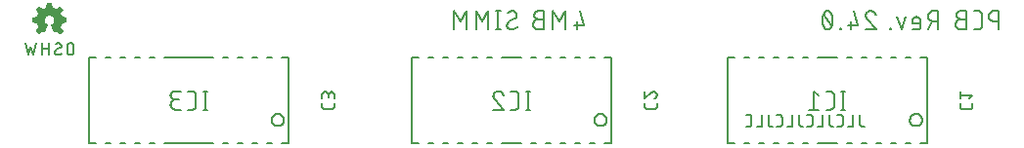
<source format=gbr>
G04 EAGLE Gerber RS-274X export*
G75*
%MOMM*%
%FSLAX34Y34*%
%LPD*%
%INSilkscreen Bottom*%
%IPPOS*%
%AMOC8*
5,1,8,0,0,1.08239X$1,22.5*%
G01*
%ADD10C,0.177800*%
%ADD11C,0.152400*%

G36*
X47147Y172147D02*
X47147Y172147D01*
X47168Y172159D01*
X47201Y172165D01*
X47274Y172211D01*
X47282Y172222D01*
X47297Y172229D01*
X49847Y174780D01*
X49850Y174785D01*
X49852Y174786D01*
X49855Y174794D01*
X49865Y174802D01*
X49911Y174876D01*
X49915Y174900D01*
X49929Y174930D01*
X49937Y175016D01*
X49930Y175039D01*
X49930Y175072D01*
X49899Y175153D01*
X49889Y175163D01*
X49886Y175179D01*
X47874Y178151D01*
X47859Y178195D01*
X47865Y178241D01*
X49081Y181177D01*
X49109Y181214D01*
X49151Y181234D01*
X52675Y181914D01*
X52687Y181921D01*
X52703Y181922D01*
X52782Y181958D01*
X52798Y181976D01*
X52827Y181992D01*
X52882Y182059D01*
X52889Y182082D01*
X52907Y182110D01*
X52927Y182194D01*
X52925Y182207D01*
X52926Y182208D01*
X52925Y182209D01*
X52930Y182223D01*
X52930Y185830D01*
X52925Y185842D01*
X52927Y185858D01*
X52907Y185943D01*
X52893Y185963D01*
X52882Y185994D01*
X52827Y186061D01*
X52805Y186072D01*
X52782Y186095D01*
X52703Y186131D01*
X52689Y186131D01*
X52675Y186139D01*
X49151Y186819D01*
X49109Y186839D01*
X49081Y186876D01*
X47865Y189812D01*
X47859Y189858D01*
X47874Y189901D01*
X49886Y192874D01*
X49888Y192887D01*
X49899Y192899D01*
X49930Y192981D01*
X49929Y193005D01*
X49930Y193011D01*
X49933Y193018D01*
X49933Y193019D01*
X49937Y193037D01*
X49929Y193123D01*
X49917Y193145D01*
X49911Y193177D01*
X49865Y193251D01*
X49854Y193259D01*
X49847Y193273D01*
X47297Y195824D01*
X47284Y195829D01*
X47274Y195842D01*
X47201Y195887D01*
X47176Y195891D01*
X47147Y195905D01*
X47060Y195914D01*
X47037Y195906D01*
X47004Y195906D01*
X46923Y195875D01*
X46913Y195866D01*
X46898Y195862D01*
X43925Y193851D01*
X43882Y193835D01*
X43836Y193842D01*
X40899Y195058D01*
X40862Y195086D01*
X40843Y195128D01*
X40163Y198652D01*
X40155Y198663D01*
X40154Y198679D01*
X40119Y198758D01*
X40101Y198775D01*
X40084Y198803D01*
X40017Y198859D01*
X39994Y198866D01*
X39967Y198884D01*
X39882Y198904D01*
X39869Y198901D01*
X39854Y198907D01*
X36246Y198907D01*
X36234Y198902D01*
X36218Y198904D01*
X36133Y198884D01*
X36114Y198869D01*
X36083Y198859D01*
X36016Y198803D01*
X36005Y198782D01*
X35981Y198758D01*
X35946Y198679D01*
X35946Y198665D01*
X35937Y198652D01*
X35257Y195128D01*
X35238Y195086D01*
X35200Y195058D01*
X32265Y193842D01*
X32219Y193835D01*
X32175Y193851D01*
X29202Y195862D01*
X29189Y195864D01*
X29177Y195875D01*
X29096Y195906D01*
X29071Y195905D01*
X29040Y195914D01*
X28953Y195905D01*
X28932Y195894D01*
X28900Y195887D01*
X28826Y195842D01*
X28819Y195833D01*
X28817Y195832D01*
X28817Y195830D01*
X28803Y195824D01*
X27445Y194465D01*
X27320Y194341D01*
X27196Y194217D01*
X27072Y194092D01*
X26948Y193968D01*
X26823Y193844D01*
X26699Y193720D01*
X26575Y193595D01*
X26451Y193471D01*
X26326Y193347D01*
X26253Y193273D01*
X26248Y193260D01*
X26235Y193251D01*
X26189Y193177D01*
X26185Y193153D01*
X26171Y193123D01*
X26163Y193037D01*
X26170Y193014D01*
X26167Y193007D01*
X26170Y193000D01*
X26170Y192981D01*
X26201Y192899D01*
X26211Y192890D01*
X26214Y192874D01*
X28226Y189901D01*
X28241Y189858D01*
X28235Y189812D01*
X27019Y186876D01*
X26991Y186839D01*
X26949Y186819D01*
X23425Y186139D01*
X23413Y186132D01*
X23397Y186131D01*
X23318Y186095D01*
X23302Y186077D01*
X23273Y186061D01*
X23218Y185994D01*
X23211Y185970D01*
X23193Y185943D01*
X23173Y185858D01*
X23175Y185845D01*
X23170Y185830D01*
X23170Y182223D01*
X23175Y182210D01*
X23173Y182194D01*
X23193Y182110D01*
X23207Y182090D01*
X23218Y182059D01*
X23273Y181992D01*
X23279Y181989D01*
X23281Y181985D01*
X23297Y181979D01*
X23318Y181958D01*
X23397Y181922D01*
X23411Y181922D01*
X23425Y181914D01*
X26949Y181234D01*
X26991Y181214D01*
X27019Y181177D01*
X28235Y178241D01*
X28241Y178195D01*
X28226Y178151D01*
X26214Y175179D01*
X26212Y175165D01*
X26201Y175153D01*
X26170Y175072D01*
X26171Y175048D01*
X26163Y175016D01*
X26171Y174930D01*
X26183Y174908D01*
X26189Y174876D01*
X26235Y174802D01*
X26246Y174794D01*
X26253Y174780D01*
X28803Y172229D01*
X28816Y172224D01*
X28826Y172211D01*
X28899Y172165D01*
X28924Y172162D01*
X28953Y172147D01*
X29040Y172139D01*
X29063Y172146D01*
X29096Y172147D01*
X29177Y172178D01*
X29187Y172187D01*
X29202Y172191D01*
X32175Y174202D01*
X32219Y174218D01*
X32265Y174211D01*
X33608Y173655D01*
X33620Y173655D01*
X33631Y173648D01*
X33704Y173633D01*
X33726Y173638D01*
X33753Y173633D01*
X33826Y173648D01*
X33844Y173660D01*
X33871Y173667D01*
X33933Y173708D01*
X33945Y173726D01*
X33967Y173743D01*
X34008Y173805D01*
X34010Y173816D01*
X34020Y173826D01*
X36519Y179947D01*
X36519Y179962D01*
X36527Y179978D01*
X36540Y180073D01*
X36536Y180085D01*
X36540Y180096D01*
X36533Y180112D01*
X36532Y180135D01*
X36497Y180224D01*
X36479Y180243D01*
X36460Y180275D01*
X36386Y180336D01*
X36378Y180338D01*
X36372Y180345D01*
X35548Y180849D01*
X34876Y181521D01*
X34379Y182332D01*
X34084Y183236D01*
X34009Y184184D01*
X34158Y185123D01*
X34521Y186002D01*
X35080Y186771D01*
X35803Y187388D01*
X36650Y187820D01*
X37575Y188042D01*
X38525Y188042D01*
X39450Y187820D01*
X40297Y187388D01*
X41020Y186771D01*
X41579Y186002D01*
X41942Y185123D01*
X42091Y184184D01*
X42016Y183236D01*
X41722Y182332D01*
X41224Y181521D01*
X40552Y180849D01*
X39728Y180345D01*
X39723Y180339D01*
X39714Y180336D01*
X39640Y180275D01*
X39628Y180252D01*
X39603Y180224D01*
X39568Y180135D01*
X39569Y180109D01*
X39568Y180108D01*
X39560Y180085D01*
X39562Y180080D01*
X39560Y180073D01*
X39573Y179978D01*
X39581Y179965D01*
X39581Y179947D01*
X42080Y173826D01*
X42089Y173818D01*
X42092Y173805D01*
X42133Y173743D01*
X42151Y173731D01*
X42167Y173708D01*
X42229Y173667D01*
X42251Y173662D01*
X42274Y173648D01*
X42347Y173633D01*
X42368Y173638D01*
X42396Y173633D01*
X42469Y173648D01*
X42479Y173654D01*
X42492Y173655D01*
X43836Y174211D01*
X43882Y174218D01*
X43925Y174202D01*
X46898Y172191D01*
X46911Y172188D01*
X46923Y172178D01*
X47004Y172147D01*
X47029Y172148D01*
X47060Y172139D01*
X47147Y172147D01*
G37*
D10*
X739708Y101981D02*
X739708Y93881D01*
X739710Y93788D01*
X739716Y93695D01*
X739725Y93602D01*
X739738Y93510D01*
X739755Y93418D01*
X739775Y93327D01*
X739799Y93237D01*
X739827Y93148D01*
X739858Y93060D01*
X739893Y92974D01*
X739931Y92889D01*
X739973Y92806D01*
X740018Y92724D01*
X740066Y92644D01*
X740118Y92566D01*
X740172Y92491D01*
X740230Y92418D01*
X740290Y92347D01*
X740353Y92278D01*
X740419Y92212D01*
X740488Y92149D01*
X740559Y92089D01*
X740632Y92031D01*
X740707Y91977D01*
X740785Y91925D01*
X740865Y91877D01*
X740947Y91832D01*
X741030Y91790D01*
X741115Y91752D01*
X741201Y91717D01*
X741289Y91686D01*
X741378Y91658D01*
X741468Y91634D01*
X741559Y91614D01*
X741651Y91597D01*
X741743Y91584D01*
X741836Y91575D01*
X741929Y91569D01*
X742022Y91567D01*
X743179Y91567D01*
X733822Y91567D02*
X733822Y101981D01*
X733822Y91567D02*
X729193Y91567D01*
X722439Y91567D02*
X720125Y91567D01*
X722439Y91567D02*
X722532Y91569D01*
X722625Y91575D01*
X722718Y91584D01*
X722810Y91597D01*
X722902Y91614D01*
X722993Y91634D01*
X723083Y91658D01*
X723172Y91686D01*
X723260Y91717D01*
X723346Y91752D01*
X723431Y91790D01*
X723514Y91832D01*
X723596Y91877D01*
X723676Y91925D01*
X723754Y91977D01*
X723829Y92031D01*
X723902Y92089D01*
X723973Y92149D01*
X724042Y92212D01*
X724108Y92278D01*
X724171Y92347D01*
X724231Y92418D01*
X724289Y92491D01*
X724343Y92567D01*
X724395Y92644D01*
X724443Y92724D01*
X724488Y92806D01*
X724530Y92889D01*
X724568Y92974D01*
X724603Y93060D01*
X724634Y93148D01*
X724662Y93237D01*
X724686Y93327D01*
X724706Y93418D01*
X724723Y93510D01*
X724736Y93602D01*
X724745Y93695D01*
X724751Y93788D01*
X724753Y93881D01*
X724753Y99667D01*
X724751Y99763D01*
X724745Y99858D01*
X724735Y99953D01*
X724721Y100048D01*
X724704Y100142D01*
X724682Y100235D01*
X724657Y100327D01*
X724628Y100418D01*
X724595Y100508D01*
X724558Y100597D01*
X724518Y100683D01*
X724474Y100768D01*
X724427Y100851D01*
X724376Y100933D01*
X724322Y101012D01*
X724265Y101088D01*
X724205Y101163D01*
X724141Y101234D01*
X724075Y101303D01*
X724006Y101369D01*
X723935Y101433D01*
X723860Y101493D01*
X723784Y101550D01*
X723705Y101604D01*
X723624Y101655D01*
X723540Y101702D01*
X723455Y101746D01*
X723369Y101786D01*
X723280Y101823D01*
X723190Y101856D01*
X723099Y101885D01*
X723007Y101910D01*
X722914Y101932D01*
X722820Y101949D01*
X722725Y101963D01*
X722630Y101973D01*
X722535Y101979D01*
X722439Y101981D01*
X720125Y101981D01*
X713373Y101981D02*
X713373Y93881D01*
X713375Y93788D01*
X713381Y93695D01*
X713390Y93602D01*
X713403Y93510D01*
X713420Y93418D01*
X713440Y93327D01*
X713464Y93237D01*
X713492Y93148D01*
X713523Y93060D01*
X713558Y92974D01*
X713596Y92889D01*
X713638Y92806D01*
X713683Y92724D01*
X713731Y92644D01*
X713783Y92566D01*
X713837Y92491D01*
X713895Y92418D01*
X713955Y92347D01*
X714018Y92278D01*
X714084Y92212D01*
X714153Y92149D01*
X714224Y92089D01*
X714297Y92031D01*
X714372Y91977D01*
X714450Y91925D01*
X714530Y91877D01*
X714612Y91832D01*
X714695Y91790D01*
X714780Y91752D01*
X714866Y91717D01*
X714954Y91686D01*
X715043Y91658D01*
X715133Y91634D01*
X715224Y91614D01*
X715316Y91597D01*
X715408Y91584D01*
X715501Y91575D01*
X715594Y91569D01*
X715687Y91567D01*
X716845Y91567D01*
X707487Y91567D02*
X707487Y101981D01*
X707487Y91567D02*
X702858Y91567D01*
X696104Y91567D02*
X693790Y91567D01*
X696104Y91567D02*
X696197Y91569D01*
X696290Y91575D01*
X696383Y91584D01*
X696475Y91597D01*
X696567Y91614D01*
X696658Y91634D01*
X696748Y91658D01*
X696837Y91686D01*
X696925Y91717D01*
X697011Y91752D01*
X697096Y91790D01*
X697179Y91832D01*
X697261Y91877D01*
X697341Y91925D01*
X697419Y91977D01*
X697494Y92031D01*
X697567Y92089D01*
X697638Y92149D01*
X697707Y92212D01*
X697773Y92278D01*
X697836Y92347D01*
X697896Y92418D01*
X697954Y92491D01*
X698008Y92567D01*
X698060Y92644D01*
X698108Y92724D01*
X698153Y92806D01*
X698195Y92889D01*
X698233Y92974D01*
X698268Y93060D01*
X698299Y93148D01*
X698327Y93237D01*
X698351Y93327D01*
X698371Y93418D01*
X698388Y93510D01*
X698401Y93602D01*
X698410Y93695D01*
X698416Y93788D01*
X698418Y93881D01*
X698419Y93881D02*
X698419Y99667D01*
X698418Y99667D02*
X698416Y99763D01*
X698410Y99858D01*
X698400Y99953D01*
X698386Y100048D01*
X698369Y100142D01*
X698347Y100235D01*
X698322Y100327D01*
X698293Y100418D01*
X698260Y100508D01*
X698223Y100597D01*
X698183Y100683D01*
X698139Y100768D01*
X698092Y100851D01*
X698041Y100933D01*
X697987Y101012D01*
X697930Y101088D01*
X697870Y101163D01*
X697806Y101234D01*
X697740Y101303D01*
X697671Y101369D01*
X697600Y101433D01*
X697525Y101493D01*
X697449Y101550D01*
X697370Y101604D01*
X697289Y101655D01*
X697205Y101702D01*
X697120Y101746D01*
X697034Y101786D01*
X696945Y101823D01*
X696855Y101856D01*
X696764Y101885D01*
X696672Y101910D01*
X696579Y101932D01*
X696485Y101949D01*
X696390Y101963D01*
X696295Y101973D01*
X696200Y101979D01*
X696104Y101981D01*
X693790Y101981D01*
X687039Y101981D02*
X687039Y93881D01*
X687041Y93788D01*
X687047Y93695D01*
X687056Y93602D01*
X687069Y93510D01*
X687086Y93418D01*
X687106Y93327D01*
X687130Y93237D01*
X687158Y93148D01*
X687189Y93060D01*
X687224Y92974D01*
X687262Y92889D01*
X687304Y92806D01*
X687349Y92724D01*
X687397Y92644D01*
X687449Y92566D01*
X687503Y92491D01*
X687561Y92418D01*
X687621Y92347D01*
X687684Y92278D01*
X687750Y92212D01*
X687819Y92149D01*
X687890Y92089D01*
X687963Y92031D01*
X688038Y91977D01*
X688116Y91925D01*
X688196Y91877D01*
X688278Y91832D01*
X688361Y91790D01*
X688446Y91752D01*
X688532Y91717D01*
X688620Y91686D01*
X688709Y91658D01*
X688799Y91634D01*
X688890Y91614D01*
X688982Y91597D01*
X689074Y91584D01*
X689167Y91575D01*
X689260Y91569D01*
X689353Y91567D01*
X690510Y91567D01*
X681152Y91567D02*
X681152Y101981D01*
X681152Y91567D02*
X676524Y91567D01*
X669770Y91567D02*
X667455Y91567D01*
X669770Y91567D02*
X669863Y91569D01*
X669956Y91575D01*
X670049Y91584D01*
X670141Y91597D01*
X670233Y91614D01*
X670324Y91634D01*
X670414Y91658D01*
X670503Y91686D01*
X670591Y91717D01*
X670677Y91752D01*
X670762Y91790D01*
X670845Y91832D01*
X670927Y91877D01*
X671007Y91925D01*
X671085Y91977D01*
X671160Y92031D01*
X671233Y92089D01*
X671304Y92149D01*
X671373Y92212D01*
X671439Y92278D01*
X671502Y92347D01*
X671562Y92418D01*
X671620Y92491D01*
X671674Y92567D01*
X671726Y92644D01*
X671774Y92724D01*
X671819Y92806D01*
X671861Y92889D01*
X671899Y92974D01*
X671934Y93060D01*
X671965Y93148D01*
X671993Y93237D01*
X672017Y93327D01*
X672037Y93418D01*
X672054Y93510D01*
X672067Y93602D01*
X672076Y93695D01*
X672082Y93788D01*
X672084Y93881D01*
X672084Y99667D01*
X672082Y99763D01*
X672076Y99858D01*
X672066Y99953D01*
X672052Y100048D01*
X672035Y100142D01*
X672013Y100235D01*
X671988Y100327D01*
X671959Y100418D01*
X671926Y100508D01*
X671889Y100597D01*
X671849Y100683D01*
X671805Y100768D01*
X671758Y100851D01*
X671707Y100933D01*
X671653Y101012D01*
X671596Y101088D01*
X671536Y101163D01*
X671472Y101234D01*
X671406Y101303D01*
X671337Y101369D01*
X671266Y101433D01*
X671191Y101493D01*
X671115Y101550D01*
X671036Y101604D01*
X670955Y101655D01*
X670871Y101702D01*
X670786Y101746D01*
X670700Y101786D01*
X670611Y101823D01*
X670521Y101856D01*
X670430Y101885D01*
X670338Y101910D01*
X670245Y101932D01*
X670151Y101949D01*
X670056Y101963D01*
X669961Y101973D01*
X669866Y101979D01*
X669770Y101981D01*
X667455Y101981D01*
X660704Y101981D02*
X660704Y93881D01*
X660706Y93788D01*
X660712Y93695D01*
X660721Y93602D01*
X660734Y93510D01*
X660751Y93418D01*
X660771Y93327D01*
X660795Y93237D01*
X660823Y93148D01*
X660854Y93060D01*
X660889Y92974D01*
X660927Y92889D01*
X660969Y92806D01*
X661014Y92724D01*
X661062Y92644D01*
X661114Y92566D01*
X661168Y92491D01*
X661226Y92418D01*
X661286Y92347D01*
X661349Y92278D01*
X661415Y92212D01*
X661484Y92149D01*
X661555Y92089D01*
X661628Y92031D01*
X661703Y91977D01*
X661781Y91925D01*
X661861Y91877D01*
X661943Y91832D01*
X662026Y91790D01*
X662111Y91752D01*
X662197Y91717D01*
X662285Y91686D01*
X662374Y91658D01*
X662464Y91634D01*
X662555Y91614D01*
X662647Y91597D01*
X662739Y91584D01*
X662832Y91575D01*
X662925Y91569D01*
X663018Y91567D01*
X664175Y91567D01*
X654818Y91567D02*
X654818Y101981D01*
X654818Y91567D02*
X650189Y91567D01*
X643435Y91567D02*
X641121Y91567D01*
X643435Y91567D02*
X643528Y91569D01*
X643621Y91575D01*
X643714Y91584D01*
X643806Y91597D01*
X643898Y91614D01*
X643989Y91634D01*
X644079Y91658D01*
X644168Y91686D01*
X644256Y91717D01*
X644342Y91752D01*
X644427Y91790D01*
X644510Y91832D01*
X644592Y91877D01*
X644672Y91925D01*
X644750Y91977D01*
X644825Y92031D01*
X644898Y92089D01*
X644969Y92149D01*
X645038Y92212D01*
X645104Y92278D01*
X645167Y92347D01*
X645227Y92418D01*
X645285Y92491D01*
X645339Y92567D01*
X645391Y92644D01*
X645439Y92724D01*
X645484Y92806D01*
X645526Y92889D01*
X645564Y92974D01*
X645599Y93060D01*
X645630Y93148D01*
X645658Y93237D01*
X645682Y93327D01*
X645702Y93418D01*
X645719Y93510D01*
X645732Y93602D01*
X645741Y93695D01*
X645747Y93788D01*
X645749Y93881D01*
X645749Y99667D01*
X645747Y99763D01*
X645741Y99858D01*
X645731Y99953D01*
X645717Y100048D01*
X645700Y100142D01*
X645678Y100235D01*
X645653Y100327D01*
X645624Y100418D01*
X645591Y100508D01*
X645554Y100597D01*
X645514Y100683D01*
X645470Y100768D01*
X645423Y100851D01*
X645372Y100933D01*
X645318Y101012D01*
X645261Y101088D01*
X645201Y101163D01*
X645137Y101234D01*
X645071Y101303D01*
X645002Y101369D01*
X644931Y101433D01*
X644856Y101493D01*
X644780Y101550D01*
X644701Y101604D01*
X644620Y101655D01*
X644536Y101702D01*
X644451Y101746D01*
X644365Y101786D01*
X644276Y101823D01*
X644186Y101856D01*
X644095Y101885D01*
X644003Y101910D01*
X643910Y101932D01*
X643816Y101949D01*
X643721Y101963D01*
X643626Y101973D01*
X643531Y101979D01*
X643435Y101981D01*
X641121Y101981D01*
X859951Y176149D02*
X859951Y192151D01*
X855506Y192151D01*
X855374Y192149D01*
X855243Y192143D01*
X855111Y192133D01*
X854980Y192120D01*
X854850Y192102D01*
X854720Y192081D01*
X854590Y192056D01*
X854462Y192027D01*
X854334Y191994D01*
X854208Y191957D01*
X854082Y191917D01*
X853958Y191873D01*
X853835Y191825D01*
X853714Y191774D01*
X853594Y191719D01*
X853476Y191661D01*
X853360Y191599D01*
X853246Y191533D01*
X853133Y191465D01*
X853023Y191393D01*
X852915Y191318D01*
X852809Y191239D01*
X852705Y191158D01*
X852604Y191073D01*
X852506Y190986D01*
X852410Y190895D01*
X852317Y190802D01*
X852226Y190706D01*
X852139Y190608D01*
X852054Y190507D01*
X851973Y190403D01*
X851894Y190297D01*
X851819Y190189D01*
X851747Y190079D01*
X851679Y189966D01*
X851613Y189852D01*
X851551Y189736D01*
X851493Y189618D01*
X851438Y189498D01*
X851387Y189377D01*
X851339Y189254D01*
X851295Y189130D01*
X851255Y189004D01*
X851218Y188878D01*
X851185Y188750D01*
X851156Y188622D01*
X851131Y188492D01*
X851110Y188362D01*
X851092Y188232D01*
X851079Y188101D01*
X851069Y187969D01*
X851063Y187838D01*
X851061Y187706D01*
X851063Y187574D01*
X851069Y187443D01*
X851079Y187311D01*
X851092Y187180D01*
X851110Y187050D01*
X851131Y186920D01*
X851156Y186790D01*
X851185Y186662D01*
X851218Y186534D01*
X851255Y186408D01*
X851295Y186282D01*
X851339Y186158D01*
X851387Y186035D01*
X851438Y185914D01*
X851493Y185794D01*
X851551Y185676D01*
X851613Y185560D01*
X851679Y185446D01*
X851747Y185333D01*
X851819Y185223D01*
X851894Y185115D01*
X851973Y185009D01*
X852054Y184905D01*
X852139Y184804D01*
X852226Y184706D01*
X852317Y184610D01*
X852410Y184517D01*
X852506Y184426D01*
X852604Y184339D01*
X852705Y184254D01*
X852809Y184173D01*
X852915Y184094D01*
X853023Y184019D01*
X853133Y183947D01*
X853246Y183879D01*
X853360Y183813D01*
X853476Y183751D01*
X853594Y183693D01*
X853714Y183638D01*
X853835Y183587D01*
X853958Y183539D01*
X854082Y183495D01*
X854208Y183455D01*
X854334Y183418D01*
X854462Y183385D01*
X854590Y183356D01*
X854720Y183331D01*
X854850Y183310D01*
X854980Y183292D01*
X855111Y183279D01*
X855243Y183269D01*
X855374Y183263D01*
X855506Y183261D01*
X859951Y183261D01*
X841561Y176149D02*
X838005Y176149D01*
X841561Y176149D02*
X841677Y176151D01*
X841794Y176157D01*
X841910Y176166D01*
X842025Y176179D01*
X842140Y176196D01*
X842255Y176217D01*
X842368Y176242D01*
X842481Y176270D01*
X842593Y176302D01*
X842704Y176338D01*
X842814Y176377D01*
X842922Y176420D01*
X843029Y176466D01*
X843134Y176516D01*
X843237Y176569D01*
X843339Y176625D01*
X843439Y176685D01*
X843537Y176748D01*
X843632Y176815D01*
X843726Y176884D01*
X843817Y176956D01*
X843906Y177031D01*
X843992Y177110D01*
X844075Y177191D01*
X844156Y177274D01*
X844235Y177360D01*
X844310Y177449D01*
X844382Y177540D01*
X844451Y177634D01*
X844518Y177729D01*
X844581Y177827D01*
X844641Y177927D01*
X844697Y178029D01*
X844750Y178132D01*
X844800Y178237D01*
X844846Y178344D01*
X844889Y178452D01*
X844928Y178562D01*
X844964Y178673D01*
X844996Y178785D01*
X845024Y178898D01*
X845049Y179011D01*
X845070Y179126D01*
X845087Y179241D01*
X845100Y179356D01*
X845109Y179472D01*
X845115Y179589D01*
X845117Y179705D01*
X845117Y188595D01*
X845115Y188711D01*
X845109Y188828D01*
X845100Y188944D01*
X845087Y189059D01*
X845070Y189174D01*
X845049Y189289D01*
X845024Y189402D01*
X844996Y189515D01*
X844964Y189627D01*
X844928Y189738D01*
X844889Y189848D01*
X844846Y189956D01*
X844800Y190063D01*
X844750Y190168D01*
X844697Y190271D01*
X844641Y190373D01*
X844581Y190473D01*
X844518Y190571D01*
X844451Y190666D01*
X844382Y190760D01*
X844310Y190851D01*
X844235Y190940D01*
X844156Y191026D01*
X844075Y191109D01*
X843992Y191190D01*
X843906Y191269D01*
X843817Y191344D01*
X843726Y191416D01*
X843632Y191485D01*
X843537Y191552D01*
X843439Y191615D01*
X843339Y191675D01*
X843237Y191731D01*
X843134Y191784D01*
X843029Y191834D01*
X842922Y191880D01*
X842814Y191923D01*
X842704Y191962D01*
X842593Y191998D01*
X842481Y192030D01*
X842368Y192058D01*
X842255Y192083D01*
X842140Y192104D01*
X842025Y192121D01*
X841910Y192134D01*
X841794Y192143D01*
X841677Y192149D01*
X841561Y192151D01*
X838005Y192151D01*
X831294Y185039D02*
X826849Y185039D01*
X826717Y185037D01*
X826586Y185031D01*
X826454Y185021D01*
X826323Y185008D01*
X826193Y184990D01*
X826063Y184969D01*
X825933Y184944D01*
X825805Y184915D01*
X825677Y184882D01*
X825551Y184845D01*
X825425Y184805D01*
X825301Y184761D01*
X825178Y184713D01*
X825057Y184662D01*
X824937Y184607D01*
X824819Y184549D01*
X824703Y184487D01*
X824589Y184421D01*
X824476Y184353D01*
X824366Y184281D01*
X824258Y184206D01*
X824152Y184127D01*
X824048Y184046D01*
X823947Y183961D01*
X823849Y183874D01*
X823753Y183783D01*
X823660Y183690D01*
X823569Y183594D01*
X823482Y183496D01*
X823397Y183395D01*
X823316Y183291D01*
X823237Y183185D01*
X823162Y183077D01*
X823090Y182967D01*
X823022Y182854D01*
X822956Y182740D01*
X822894Y182624D01*
X822836Y182506D01*
X822781Y182386D01*
X822730Y182265D01*
X822682Y182142D01*
X822638Y182018D01*
X822598Y181892D01*
X822561Y181766D01*
X822528Y181638D01*
X822499Y181510D01*
X822474Y181380D01*
X822453Y181250D01*
X822435Y181120D01*
X822422Y180989D01*
X822412Y180857D01*
X822406Y180726D01*
X822404Y180594D01*
X822406Y180462D01*
X822412Y180331D01*
X822422Y180199D01*
X822435Y180068D01*
X822453Y179938D01*
X822474Y179808D01*
X822499Y179678D01*
X822528Y179550D01*
X822561Y179422D01*
X822598Y179296D01*
X822638Y179170D01*
X822682Y179046D01*
X822730Y178923D01*
X822781Y178802D01*
X822836Y178682D01*
X822894Y178564D01*
X822956Y178448D01*
X823022Y178334D01*
X823090Y178221D01*
X823162Y178111D01*
X823237Y178003D01*
X823316Y177897D01*
X823397Y177793D01*
X823482Y177692D01*
X823569Y177594D01*
X823660Y177498D01*
X823753Y177405D01*
X823849Y177314D01*
X823947Y177227D01*
X824048Y177142D01*
X824152Y177061D01*
X824258Y176982D01*
X824366Y176907D01*
X824476Y176835D01*
X824589Y176767D01*
X824703Y176701D01*
X824819Y176639D01*
X824937Y176581D01*
X825057Y176526D01*
X825178Y176475D01*
X825301Y176427D01*
X825425Y176383D01*
X825551Y176343D01*
X825677Y176306D01*
X825805Y176273D01*
X825933Y176244D01*
X826063Y176219D01*
X826193Y176198D01*
X826323Y176180D01*
X826454Y176167D01*
X826586Y176157D01*
X826717Y176151D01*
X826849Y176149D01*
X831294Y176149D01*
X831294Y192151D01*
X826849Y192151D01*
X826731Y192149D01*
X826614Y192143D01*
X826497Y192134D01*
X826380Y192120D01*
X826264Y192103D01*
X826148Y192081D01*
X826033Y192056D01*
X825919Y192027D01*
X825806Y191995D01*
X825694Y191958D01*
X825584Y191918D01*
X825475Y191875D01*
X825367Y191827D01*
X825261Y191777D01*
X825157Y191722D01*
X825054Y191665D01*
X824954Y191604D01*
X824855Y191539D01*
X824759Y191472D01*
X824665Y191401D01*
X824573Y191327D01*
X824484Y191251D01*
X824398Y191171D01*
X824314Y191089D01*
X824233Y191003D01*
X824155Y190916D01*
X824079Y190825D01*
X824007Y190732D01*
X823938Y190637D01*
X823872Y190540D01*
X823809Y190440D01*
X823750Y190339D01*
X823694Y190236D01*
X823642Y190130D01*
X823593Y190023D01*
X823547Y189915D01*
X823505Y189805D01*
X823467Y189694D01*
X823433Y189581D01*
X823402Y189468D01*
X823375Y189353D01*
X823352Y189238D01*
X823332Y189122D01*
X823317Y189006D01*
X823305Y188889D01*
X823297Y188771D01*
X823293Y188654D01*
X823293Y188536D01*
X823297Y188419D01*
X823305Y188301D01*
X823317Y188184D01*
X823332Y188068D01*
X823352Y187952D01*
X823375Y187837D01*
X823402Y187722D01*
X823433Y187609D01*
X823467Y187496D01*
X823505Y187385D01*
X823547Y187275D01*
X823593Y187167D01*
X823642Y187060D01*
X823694Y186954D01*
X823750Y186851D01*
X823809Y186750D01*
X823872Y186650D01*
X823938Y186553D01*
X824007Y186458D01*
X824079Y186365D01*
X824155Y186274D01*
X824233Y186187D01*
X824314Y186101D01*
X824398Y186019D01*
X824484Y185939D01*
X824573Y185863D01*
X824665Y185789D01*
X824759Y185718D01*
X824855Y185651D01*
X824954Y185586D01*
X825054Y185525D01*
X825157Y185468D01*
X825261Y185413D01*
X825367Y185363D01*
X825475Y185315D01*
X825584Y185272D01*
X825694Y185232D01*
X825806Y185195D01*
X825919Y185163D01*
X826033Y185134D01*
X826148Y185109D01*
X826264Y185087D01*
X826380Y185070D01*
X826497Y185056D01*
X826614Y185047D01*
X826731Y185041D01*
X826849Y185039D01*
X807458Y192151D02*
X807458Y176149D01*
X807458Y192151D02*
X803013Y192151D01*
X802881Y192149D01*
X802750Y192143D01*
X802618Y192133D01*
X802487Y192120D01*
X802357Y192102D01*
X802227Y192081D01*
X802097Y192056D01*
X801969Y192027D01*
X801841Y191994D01*
X801715Y191957D01*
X801589Y191917D01*
X801465Y191873D01*
X801342Y191825D01*
X801221Y191774D01*
X801101Y191719D01*
X800983Y191661D01*
X800867Y191599D01*
X800753Y191533D01*
X800640Y191465D01*
X800530Y191393D01*
X800422Y191318D01*
X800316Y191239D01*
X800212Y191158D01*
X800111Y191073D01*
X800013Y190986D01*
X799917Y190895D01*
X799824Y190802D01*
X799733Y190706D01*
X799646Y190608D01*
X799561Y190507D01*
X799480Y190403D01*
X799401Y190297D01*
X799326Y190189D01*
X799254Y190079D01*
X799186Y189966D01*
X799120Y189852D01*
X799058Y189736D01*
X799000Y189618D01*
X798945Y189498D01*
X798894Y189377D01*
X798846Y189254D01*
X798802Y189130D01*
X798762Y189004D01*
X798725Y188878D01*
X798692Y188750D01*
X798663Y188622D01*
X798638Y188492D01*
X798617Y188362D01*
X798599Y188232D01*
X798586Y188101D01*
X798576Y187969D01*
X798570Y187838D01*
X798568Y187706D01*
X798570Y187574D01*
X798576Y187443D01*
X798586Y187311D01*
X798599Y187180D01*
X798617Y187050D01*
X798638Y186920D01*
X798663Y186790D01*
X798692Y186662D01*
X798725Y186534D01*
X798762Y186408D01*
X798802Y186282D01*
X798846Y186158D01*
X798894Y186035D01*
X798945Y185914D01*
X799000Y185794D01*
X799058Y185676D01*
X799120Y185560D01*
X799186Y185446D01*
X799254Y185333D01*
X799326Y185223D01*
X799401Y185115D01*
X799480Y185009D01*
X799561Y184905D01*
X799646Y184804D01*
X799733Y184706D01*
X799824Y184610D01*
X799917Y184517D01*
X800013Y184426D01*
X800111Y184339D01*
X800212Y184254D01*
X800316Y184173D01*
X800422Y184094D01*
X800530Y184019D01*
X800640Y183947D01*
X800753Y183879D01*
X800867Y183813D01*
X800983Y183751D01*
X801101Y183693D01*
X801221Y183638D01*
X801342Y183587D01*
X801465Y183539D01*
X801589Y183495D01*
X801715Y183455D01*
X801841Y183418D01*
X801969Y183385D01*
X802097Y183356D01*
X802227Y183331D01*
X802357Y183310D01*
X802487Y183292D01*
X802618Y183279D01*
X802750Y183269D01*
X802881Y183263D01*
X803013Y183261D01*
X807458Y183261D01*
X802124Y183261D02*
X798568Y176149D01*
X789413Y176149D02*
X784968Y176149D01*
X789413Y176149D02*
X789515Y176151D01*
X789617Y176157D01*
X789719Y176167D01*
X789820Y176180D01*
X789921Y176198D01*
X790021Y176219D01*
X790120Y176244D01*
X790218Y176273D01*
X790314Y176306D01*
X790410Y176342D01*
X790504Y176382D01*
X790596Y176426D01*
X790687Y176473D01*
X790776Y176524D01*
X790863Y176577D01*
X790947Y176635D01*
X791030Y176695D01*
X791110Y176758D01*
X791187Y176825D01*
X791262Y176894D01*
X791335Y176967D01*
X791404Y177042D01*
X791471Y177119D01*
X791534Y177199D01*
X791594Y177282D01*
X791652Y177366D01*
X791705Y177453D01*
X791756Y177542D01*
X791803Y177633D01*
X791847Y177725D01*
X791887Y177819D01*
X791923Y177915D01*
X791956Y178011D01*
X791985Y178109D01*
X792010Y178208D01*
X792031Y178308D01*
X792049Y178409D01*
X792062Y178510D01*
X792072Y178612D01*
X792078Y178714D01*
X792080Y178816D01*
X792080Y183261D01*
X792078Y183379D01*
X792072Y183496D01*
X792063Y183613D01*
X792049Y183730D01*
X792032Y183846D01*
X792010Y183962D01*
X791985Y184077D01*
X791956Y184191D01*
X791924Y184304D01*
X791887Y184416D01*
X791847Y184526D01*
X791804Y184635D01*
X791756Y184743D01*
X791706Y184849D01*
X791651Y184953D01*
X791594Y185056D01*
X791533Y185156D01*
X791468Y185255D01*
X791401Y185351D01*
X791330Y185445D01*
X791256Y185537D01*
X791180Y185626D01*
X791100Y185712D01*
X791018Y185796D01*
X790932Y185877D01*
X790845Y185955D01*
X790754Y186031D01*
X790661Y186103D01*
X790566Y186172D01*
X790469Y186238D01*
X790369Y186301D01*
X790268Y186360D01*
X790165Y186416D01*
X790059Y186468D01*
X789952Y186517D01*
X789844Y186563D01*
X789734Y186605D01*
X789623Y186643D01*
X789510Y186677D01*
X789397Y186708D01*
X789282Y186735D01*
X789167Y186758D01*
X789051Y186778D01*
X788935Y186793D01*
X788818Y186805D01*
X788700Y186813D01*
X788583Y186817D01*
X788465Y186817D01*
X788348Y186813D01*
X788230Y186805D01*
X788113Y186793D01*
X787997Y186778D01*
X787881Y186758D01*
X787766Y186735D01*
X787651Y186708D01*
X787538Y186677D01*
X787425Y186643D01*
X787314Y186605D01*
X787204Y186563D01*
X787096Y186517D01*
X786989Y186468D01*
X786883Y186416D01*
X786780Y186360D01*
X786679Y186301D01*
X786579Y186238D01*
X786482Y186172D01*
X786387Y186103D01*
X786294Y186031D01*
X786203Y185955D01*
X786116Y185877D01*
X786030Y185796D01*
X785948Y185712D01*
X785868Y185626D01*
X785792Y185537D01*
X785718Y185445D01*
X785647Y185351D01*
X785580Y185255D01*
X785515Y185156D01*
X785454Y185056D01*
X785397Y184953D01*
X785342Y184849D01*
X785292Y184743D01*
X785244Y184635D01*
X785201Y184526D01*
X785161Y184416D01*
X785124Y184304D01*
X785092Y184191D01*
X785063Y184077D01*
X785038Y183962D01*
X785016Y183846D01*
X784999Y183730D01*
X784985Y183613D01*
X784976Y183496D01*
X784970Y183379D01*
X784968Y183261D01*
X784968Y181483D01*
X792080Y181483D01*
X779054Y186817D02*
X775498Y176149D01*
X771942Y186817D01*
X766564Y177038D02*
X766564Y176149D01*
X766564Y177038D02*
X765675Y177038D01*
X765675Y176149D01*
X766564Y176149D01*
X748602Y192152D02*
X748476Y192150D01*
X748351Y192144D01*
X748225Y192134D01*
X748101Y192120D01*
X747976Y192103D01*
X747852Y192081D01*
X747729Y192056D01*
X747607Y192026D01*
X747486Y191993D01*
X747366Y191956D01*
X747247Y191915D01*
X747129Y191871D01*
X747013Y191823D01*
X746898Y191771D01*
X746786Y191716D01*
X746675Y191657D01*
X746565Y191595D01*
X746458Y191529D01*
X746353Y191460D01*
X746250Y191388D01*
X746150Y191312D01*
X746052Y191234D01*
X745956Y191152D01*
X745863Y191068D01*
X745773Y190980D01*
X745685Y190890D01*
X745601Y190797D01*
X745519Y190701D01*
X745441Y190603D01*
X745365Y190503D01*
X745293Y190400D01*
X745224Y190295D01*
X745158Y190188D01*
X745096Y190078D01*
X745037Y189967D01*
X744982Y189855D01*
X744930Y189740D01*
X744882Y189624D01*
X744838Y189506D01*
X744797Y189387D01*
X744760Y189267D01*
X744727Y189146D01*
X744697Y189024D01*
X744672Y188901D01*
X744650Y188777D01*
X744633Y188652D01*
X744619Y188528D01*
X744609Y188402D01*
X744603Y188277D01*
X744601Y188151D01*
X748602Y192151D02*
X748743Y192149D01*
X748883Y192143D01*
X749023Y192134D01*
X749163Y192120D01*
X749302Y192103D01*
X749441Y192082D01*
X749580Y192057D01*
X749717Y192029D01*
X749854Y191996D01*
X749990Y191960D01*
X750125Y191920D01*
X750258Y191877D01*
X750391Y191830D01*
X750522Y191779D01*
X750651Y191725D01*
X750779Y191667D01*
X750906Y191606D01*
X751031Y191541D01*
X751153Y191473D01*
X751274Y191402D01*
X751394Y191327D01*
X751510Y191249D01*
X751625Y191168D01*
X751738Y191084D01*
X751848Y190996D01*
X751956Y190906D01*
X752061Y190813D01*
X752163Y190717D01*
X752263Y190618D01*
X752361Y190517D01*
X752455Y190413D01*
X752547Y190306D01*
X752635Y190197D01*
X752721Y190086D01*
X752803Y189972D01*
X752883Y189856D01*
X752959Y189738D01*
X753032Y189618D01*
X753101Y189496D01*
X753168Y189372D01*
X753231Y189246D01*
X753290Y189119D01*
X753346Y188990D01*
X753398Y188860D01*
X753447Y188728D01*
X753492Y188595D01*
X745935Y185039D02*
X745843Y185130D01*
X745753Y185223D01*
X745667Y185318D01*
X745583Y185416D01*
X745503Y185517D01*
X745425Y185620D01*
X745351Y185725D01*
X745280Y185833D01*
X745212Y185942D01*
X745148Y186054D01*
X745086Y186167D01*
X745029Y186282D01*
X744974Y186399D01*
X744923Y186518D01*
X744876Y186638D01*
X744833Y186759D01*
X744793Y186881D01*
X744757Y187005D01*
X744724Y187130D01*
X744695Y187255D01*
X744670Y187382D01*
X744649Y187509D01*
X744632Y187637D01*
X744618Y187765D01*
X744609Y187893D01*
X744603Y188022D01*
X744601Y188151D01*
X745935Y185039D02*
X753491Y176149D01*
X744601Y176149D01*
X737860Y179705D02*
X734304Y192151D01*
X737860Y179705D02*
X728970Y179705D01*
X731637Y183261D02*
X731637Y176149D01*
X722917Y176149D02*
X722917Y177038D01*
X722028Y177038D01*
X722028Y176149D01*
X722917Y176149D01*
X715976Y184150D02*
X715972Y184465D01*
X715961Y184779D01*
X715942Y185094D01*
X715916Y185407D01*
X715882Y185720D01*
X715841Y186032D01*
X715792Y186343D01*
X715736Y186653D01*
X715673Y186962D01*
X715602Y187268D01*
X715524Y187573D01*
X715439Y187876D01*
X715346Y188177D01*
X715246Y188476D01*
X715139Y188772D01*
X715026Y189066D01*
X714905Y189356D01*
X714777Y189644D01*
X714642Y189929D01*
X714604Y190035D01*
X714561Y190140D01*
X714516Y190244D01*
X714466Y190346D01*
X714413Y190446D01*
X714357Y190545D01*
X714297Y190641D01*
X714234Y190735D01*
X714168Y190827D01*
X714099Y190917D01*
X714027Y191004D01*
X713951Y191089D01*
X713873Y191171D01*
X713792Y191250D01*
X713709Y191327D01*
X713622Y191400D01*
X713534Y191471D01*
X713443Y191538D01*
X713349Y191603D01*
X713254Y191664D01*
X713156Y191721D01*
X713057Y191776D01*
X712956Y191826D01*
X712853Y191874D01*
X712748Y191918D01*
X712642Y191958D01*
X712535Y191994D01*
X712426Y192027D01*
X712317Y192056D01*
X712206Y192081D01*
X712095Y192102D01*
X711983Y192120D01*
X711870Y192133D01*
X711757Y192143D01*
X711644Y192149D01*
X711531Y192151D01*
X711418Y192149D01*
X711305Y192143D01*
X711192Y192133D01*
X711079Y192120D01*
X710967Y192102D01*
X710856Y192081D01*
X710745Y192056D01*
X710636Y192027D01*
X710527Y191994D01*
X710420Y191958D01*
X710314Y191918D01*
X710209Y191874D01*
X710106Y191826D01*
X710005Y191776D01*
X709906Y191721D01*
X709808Y191664D01*
X709713Y191603D01*
X709619Y191538D01*
X709528Y191471D01*
X709440Y191400D01*
X709353Y191327D01*
X709270Y191250D01*
X709189Y191171D01*
X709111Y191089D01*
X709035Y191004D01*
X708963Y190917D01*
X708894Y190827D01*
X708828Y190735D01*
X708765Y190641D01*
X708705Y190545D01*
X708649Y190446D01*
X708596Y190346D01*
X708546Y190244D01*
X708501Y190140D01*
X708458Y190035D01*
X708420Y189929D01*
X708285Y189644D01*
X708157Y189356D01*
X708036Y189066D01*
X707923Y188772D01*
X707816Y188476D01*
X707716Y188177D01*
X707623Y187876D01*
X707538Y187573D01*
X707460Y187268D01*
X707389Y186962D01*
X707326Y186653D01*
X707270Y186343D01*
X707221Y186032D01*
X707180Y185720D01*
X707146Y185407D01*
X707120Y185094D01*
X707101Y184779D01*
X707090Y184465D01*
X707086Y184150D01*
X715976Y184150D02*
X715972Y183835D01*
X715961Y183521D01*
X715942Y183206D01*
X715916Y182893D01*
X715882Y182580D01*
X715841Y182268D01*
X715792Y181957D01*
X715736Y181647D01*
X715673Y181338D01*
X715602Y181032D01*
X715524Y180727D01*
X715439Y180424D01*
X715346Y180123D01*
X715246Y179824D01*
X715139Y179528D01*
X715026Y179234D01*
X714905Y178944D01*
X714777Y178656D01*
X714642Y178371D01*
X714604Y178265D01*
X714561Y178160D01*
X714516Y178056D01*
X714466Y177954D01*
X714413Y177854D01*
X714357Y177755D01*
X714297Y177659D01*
X714234Y177565D01*
X714168Y177473D01*
X714099Y177383D01*
X714027Y177296D01*
X713951Y177211D01*
X713873Y177129D01*
X713792Y177050D01*
X713709Y176973D01*
X713622Y176900D01*
X713534Y176829D01*
X713443Y176762D01*
X713349Y176697D01*
X713254Y176636D01*
X713156Y176579D01*
X713057Y176524D01*
X712956Y176474D01*
X712853Y176426D01*
X712748Y176382D01*
X712642Y176342D01*
X712535Y176306D01*
X712426Y176273D01*
X712317Y176244D01*
X712206Y176219D01*
X712095Y176198D01*
X711983Y176180D01*
X711870Y176167D01*
X711757Y176157D01*
X711644Y176151D01*
X711531Y176149D01*
X708420Y178371D02*
X708285Y178656D01*
X708157Y178944D01*
X708036Y179234D01*
X707923Y179528D01*
X707816Y179824D01*
X707716Y180123D01*
X707623Y180424D01*
X707538Y180727D01*
X707460Y181032D01*
X707389Y181338D01*
X707326Y181647D01*
X707270Y181957D01*
X707221Y182268D01*
X707180Y182580D01*
X707146Y182893D01*
X707120Y183206D01*
X707101Y183521D01*
X707090Y183835D01*
X707086Y184150D01*
X708420Y178371D02*
X708458Y178265D01*
X708501Y178160D01*
X708546Y178056D01*
X708596Y177954D01*
X708649Y177854D01*
X708705Y177755D01*
X708765Y177659D01*
X708828Y177565D01*
X708894Y177473D01*
X708963Y177383D01*
X709035Y177296D01*
X709111Y177211D01*
X709189Y177129D01*
X709270Y177050D01*
X709353Y176973D01*
X709440Y176900D01*
X709528Y176829D01*
X709619Y176762D01*
X709713Y176697D01*
X709808Y176636D01*
X709906Y176579D01*
X710005Y176524D01*
X710106Y176474D01*
X710209Y176426D01*
X710314Y176382D01*
X710420Y176342D01*
X710527Y176306D01*
X710636Y176273D01*
X710745Y176244D01*
X710856Y176219D01*
X710967Y176198D01*
X711079Y176180D01*
X711192Y176167D01*
X711305Y176157D01*
X711418Y176151D01*
X711531Y176149D01*
X715087Y179705D02*
X707975Y188595D01*
X500712Y179705D02*
X497156Y192151D01*
X500712Y179705D02*
X491822Y179705D01*
X494489Y183261D02*
X494489Y176149D01*
X484407Y176149D02*
X484407Y192151D01*
X479073Y183261D01*
X473739Y192151D01*
X473739Y176149D01*
X465570Y185039D02*
X461125Y185039D01*
X460993Y185037D01*
X460862Y185031D01*
X460730Y185021D01*
X460599Y185008D01*
X460469Y184990D01*
X460339Y184969D01*
X460209Y184944D01*
X460081Y184915D01*
X459953Y184882D01*
X459827Y184845D01*
X459701Y184805D01*
X459577Y184761D01*
X459454Y184713D01*
X459333Y184662D01*
X459213Y184607D01*
X459095Y184549D01*
X458979Y184487D01*
X458865Y184421D01*
X458752Y184353D01*
X458642Y184281D01*
X458534Y184206D01*
X458428Y184127D01*
X458324Y184046D01*
X458223Y183961D01*
X458125Y183874D01*
X458029Y183783D01*
X457936Y183690D01*
X457845Y183594D01*
X457758Y183496D01*
X457673Y183395D01*
X457592Y183291D01*
X457513Y183185D01*
X457438Y183077D01*
X457366Y182967D01*
X457298Y182854D01*
X457232Y182740D01*
X457170Y182624D01*
X457112Y182506D01*
X457057Y182386D01*
X457006Y182265D01*
X456958Y182142D01*
X456914Y182018D01*
X456874Y181892D01*
X456837Y181766D01*
X456804Y181638D01*
X456775Y181510D01*
X456750Y181380D01*
X456729Y181250D01*
X456711Y181120D01*
X456698Y180989D01*
X456688Y180857D01*
X456682Y180726D01*
X456680Y180594D01*
X456682Y180462D01*
X456688Y180331D01*
X456698Y180199D01*
X456711Y180068D01*
X456729Y179938D01*
X456750Y179808D01*
X456775Y179678D01*
X456804Y179550D01*
X456837Y179422D01*
X456874Y179296D01*
X456914Y179170D01*
X456958Y179046D01*
X457006Y178923D01*
X457057Y178802D01*
X457112Y178682D01*
X457170Y178564D01*
X457232Y178448D01*
X457298Y178334D01*
X457366Y178221D01*
X457438Y178111D01*
X457513Y178003D01*
X457592Y177897D01*
X457673Y177793D01*
X457758Y177692D01*
X457845Y177594D01*
X457936Y177498D01*
X458029Y177405D01*
X458125Y177314D01*
X458223Y177227D01*
X458324Y177142D01*
X458428Y177061D01*
X458534Y176982D01*
X458642Y176907D01*
X458752Y176835D01*
X458865Y176767D01*
X458979Y176701D01*
X459095Y176639D01*
X459213Y176581D01*
X459333Y176526D01*
X459454Y176475D01*
X459577Y176427D01*
X459701Y176383D01*
X459827Y176343D01*
X459953Y176306D01*
X460081Y176273D01*
X460209Y176244D01*
X460339Y176219D01*
X460469Y176198D01*
X460599Y176180D01*
X460730Y176167D01*
X460862Y176157D01*
X460993Y176151D01*
X461125Y176149D01*
X465570Y176149D01*
X465570Y192151D01*
X461125Y192151D01*
X461007Y192149D01*
X460890Y192143D01*
X460773Y192134D01*
X460656Y192120D01*
X460540Y192103D01*
X460424Y192081D01*
X460309Y192056D01*
X460195Y192027D01*
X460082Y191995D01*
X459970Y191958D01*
X459860Y191918D01*
X459751Y191875D01*
X459643Y191827D01*
X459537Y191777D01*
X459433Y191722D01*
X459330Y191665D01*
X459230Y191604D01*
X459131Y191539D01*
X459035Y191472D01*
X458941Y191401D01*
X458849Y191327D01*
X458760Y191251D01*
X458674Y191171D01*
X458590Y191089D01*
X458509Y191003D01*
X458431Y190916D01*
X458355Y190825D01*
X458283Y190732D01*
X458214Y190637D01*
X458148Y190540D01*
X458085Y190440D01*
X458026Y190339D01*
X457970Y190236D01*
X457918Y190130D01*
X457869Y190023D01*
X457823Y189915D01*
X457781Y189805D01*
X457743Y189694D01*
X457709Y189581D01*
X457678Y189468D01*
X457651Y189353D01*
X457628Y189238D01*
X457608Y189122D01*
X457593Y189006D01*
X457581Y188889D01*
X457573Y188771D01*
X457569Y188654D01*
X457569Y188536D01*
X457573Y188419D01*
X457581Y188301D01*
X457593Y188184D01*
X457608Y188068D01*
X457628Y187952D01*
X457651Y187837D01*
X457678Y187722D01*
X457709Y187609D01*
X457743Y187496D01*
X457781Y187385D01*
X457823Y187275D01*
X457869Y187167D01*
X457918Y187060D01*
X457970Y186954D01*
X458026Y186851D01*
X458085Y186750D01*
X458148Y186650D01*
X458214Y186553D01*
X458283Y186458D01*
X458355Y186365D01*
X458431Y186274D01*
X458509Y186187D01*
X458590Y186101D01*
X458674Y186019D01*
X458760Y185939D01*
X458849Y185863D01*
X458941Y185789D01*
X459035Y185718D01*
X459131Y185651D01*
X459230Y185586D01*
X459330Y185525D01*
X459433Y185468D01*
X459537Y185413D01*
X459643Y185363D01*
X459751Y185315D01*
X459860Y185272D01*
X459970Y185232D01*
X460082Y185195D01*
X460195Y185163D01*
X460309Y185134D01*
X460424Y185109D01*
X460540Y185087D01*
X460656Y185070D01*
X460773Y185056D01*
X460890Y185047D01*
X461007Y185041D01*
X461125Y185039D01*
X437542Y176149D02*
X437426Y176151D01*
X437309Y176157D01*
X437193Y176166D01*
X437078Y176179D01*
X436963Y176196D01*
X436848Y176217D01*
X436735Y176242D01*
X436622Y176270D01*
X436510Y176302D01*
X436399Y176338D01*
X436289Y176377D01*
X436181Y176420D01*
X436074Y176466D01*
X435969Y176516D01*
X435866Y176569D01*
X435764Y176625D01*
X435664Y176685D01*
X435566Y176748D01*
X435471Y176815D01*
X435377Y176884D01*
X435286Y176956D01*
X435197Y177031D01*
X435111Y177110D01*
X435028Y177191D01*
X434947Y177274D01*
X434868Y177360D01*
X434793Y177449D01*
X434721Y177540D01*
X434652Y177634D01*
X434585Y177729D01*
X434522Y177827D01*
X434462Y177927D01*
X434406Y178029D01*
X434353Y178132D01*
X434303Y178237D01*
X434257Y178344D01*
X434214Y178452D01*
X434175Y178562D01*
X434139Y178673D01*
X434107Y178785D01*
X434079Y178898D01*
X434054Y179011D01*
X434033Y179126D01*
X434016Y179241D01*
X434003Y179356D01*
X433994Y179472D01*
X433988Y179589D01*
X433986Y179705D01*
X437542Y176149D02*
X437722Y176151D01*
X437901Y176158D01*
X438081Y176168D01*
X438260Y176183D01*
X438439Y176203D01*
X438617Y176226D01*
X438794Y176254D01*
X438971Y176286D01*
X439147Y176322D01*
X439322Y176363D01*
X439496Y176408D01*
X439669Y176457D01*
X439841Y176509D01*
X440012Y176567D01*
X440181Y176628D01*
X440348Y176693D01*
X440514Y176762D01*
X440678Y176835D01*
X440841Y176912D01*
X441001Y176993D01*
X441160Y177077D01*
X441316Y177166D01*
X441470Y177258D01*
X441622Y177354D01*
X441772Y177453D01*
X441920Y177556D01*
X442064Y177663D01*
X442207Y177773D01*
X442346Y177886D01*
X442483Y178003D01*
X442617Y178122D01*
X442748Y178245D01*
X442876Y178371D01*
X442432Y188595D02*
X442430Y188711D01*
X442424Y188828D01*
X442415Y188944D01*
X442402Y189059D01*
X442385Y189174D01*
X442364Y189289D01*
X442339Y189402D01*
X442311Y189515D01*
X442279Y189627D01*
X442243Y189738D01*
X442204Y189848D01*
X442161Y189956D01*
X442115Y190063D01*
X442065Y190168D01*
X442012Y190271D01*
X441956Y190373D01*
X441896Y190473D01*
X441833Y190571D01*
X441766Y190666D01*
X441697Y190760D01*
X441625Y190851D01*
X441550Y190940D01*
X441471Y191026D01*
X441390Y191109D01*
X441307Y191190D01*
X441221Y191269D01*
X441132Y191344D01*
X441041Y191416D01*
X440947Y191485D01*
X440852Y191552D01*
X440754Y191615D01*
X440654Y191675D01*
X440552Y191731D01*
X440449Y191784D01*
X440344Y191834D01*
X440237Y191880D01*
X440129Y191923D01*
X440019Y191962D01*
X439908Y191998D01*
X439796Y192030D01*
X439683Y192058D01*
X439570Y192083D01*
X439455Y192104D01*
X439340Y192121D01*
X439225Y192134D01*
X439109Y192143D01*
X438992Y192149D01*
X438876Y192151D01*
X438876Y192152D02*
X438717Y192150D01*
X438558Y192144D01*
X438400Y192135D01*
X438241Y192122D01*
X438083Y192105D01*
X437926Y192084D01*
X437769Y192059D01*
X437612Y192031D01*
X437457Y191999D01*
X437302Y191964D01*
X437148Y191924D01*
X436995Y191881D01*
X436843Y191834D01*
X436692Y191784D01*
X436543Y191730D01*
X436394Y191673D01*
X436248Y191612D01*
X436102Y191548D01*
X435959Y191480D01*
X435817Y191409D01*
X435676Y191334D01*
X435538Y191256D01*
X435401Y191175D01*
X435267Y191091D01*
X435134Y191003D01*
X435003Y190912D01*
X434875Y190818D01*
X440654Y185483D02*
X440754Y185544D01*
X440852Y185609D01*
X440948Y185676D01*
X441041Y185747D01*
X441132Y185820D01*
X441221Y185897D01*
X441307Y185976D01*
X441391Y186058D01*
X441472Y186143D01*
X441550Y186230D01*
X441625Y186320D01*
X441698Y186412D01*
X441767Y186507D01*
X441833Y186603D01*
X441896Y186702D01*
X441956Y186803D01*
X442013Y186906D01*
X442066Y187010D01*
X442115Y187116D01*
X442162Y187224D01*
X442204Y187333D01*
X442244Y187443D01*
X442279Y187555D01*
X442311Y187668D01*
X442339Y187782D01*
X442364Y187896D01*
X442385Y188012D01*
X442402Y188128D01*
X442415Y188244D01*
X442424Y188361D01*
X442430Y188478D01*
X442432Y188595D01*
X435764Y182817D02*
X435664Y182756D01*
X435566Y182691D01*
X435470Y182624D01*
X435377Y182553D01*
X435286Y182480D01*
X435197Y182403D01*
X435111Y182324D01*
X435027Y182242D01*
X434946Y182157D01*
X434868Y182070D01*
X434793Y181980D01*
X434720Y181888D01*
X434651Y181793D01*
X434585Y181697D01*
X434522Y181598D01*
X434462Y181497D01*
X434405Y181394D01*
X434352Y181290D01*
X434303Y181184D01*
X434256Y181076D01*
X434214Y180967D01*
X434174Y180857D01*
X434139Y180745D01*
X434107Y180632D01*
X434079Y180518D01*
X434054Y180404D01*
X434033Y180288D01*
X434016Y180172D01*
X434003Y180056D01*
X433994Y179939D01*
X433988Y179822D01*
X433986Y179705D01*
X435764Y182817D02*
X440654Y185484D01*
X426448Y192151D02*
X426448Y176149D01*
X428226Y176149D02*
X424670Y176149D01*
X424670Y192151D02*
X428226Y192151D01*
X417713Y192151D02*
X417713Y176149D01*
X412379Y183261D02*
X417713Y192151D01*
X412379Y183261D02*
X407045Y192151D01*
X407045Y176149D01*
X398956Y176149D02*
X398956Y192151D01*
X393622Y183261D01*
X388288Y192151D01*
X388288Y176149D01*
X59051Y161318D02*
X59051Y156690D01*
X59051Y161318D02*
X59049Y161425D01*
X59043Y161532D01*
X59033Y161638D01*
X59019Y161744D01*
X59002Y161850D01*
X58980Y161954D01*
X58955Y162058D01*
X58925Y162161D01*
X58892Y162263D01*
X58856Y162363D01*
X58815Y162462D01*
X58771Y162559D01*
X58723Y162655D01*
X58672Y162749D01*
X58618Y162841D01*
X58560Y162931D01*
X58498Y163018D01*
X58434Y163104D01*
X58367Y163187D01*
X58296Y163267D01*
X58222Y163345D01*
X58146Y163420D01*
X58067Y163492D01*
X57986Y163561D01*
X57901Y163627D01*
X57815Y163690D01*
X57726Y163749D01*
X57635Y163805D01*
X57542Y163858D01*
X57448Y163908D01*
X57351Y163954D01*
X57253Y163996D01*
X57153Y164034D01*
X57052Y164069D01*
X56950Y164101D01*
X56846Y164128D01*
X56742Y164151D01*
X56637Y164171D01*
X56531Y164187D01*
X56425Y164199D01*
X56318Y164207D01*
X56211Y164211D01*
X56105Y164211D01*
X55998Y164207D01*
X55891Y164199D01*
X55785Y164187D01*
X55679Y164171D01*
X55574Y164151D01*
X55470Y164128D01*
X55366Y164101D01*
X55264Y164069D01*
X55163Y164034D01*
X55063Y163996D01*
X54965Y163954D01*
X54868Y163908D01*
X54774Y163858D01*
X54681Y163805D01*
X54590Y163749D01*
X54501Y163690D01*
X54415Y163627D01*
X54330Y163561D01*
X54249Y163492D01*
X54170Y163420D01*
X54094Y163345D01*
X54020Y163267D01*
X53949Y163187D01*
X53882Y163104D01*
X53818Y163018D01*
X53756Y162931D01*
X53698Y162841D01*
X53644Y162749D01*
X53593Y162655D01*
X53545Y162559D01*
X53501Y162462D01*
X53460Y162363D01*
X53424Y162263D01*
X53391Y162161D01*
X53361Y162058D01*
X53336Y161954D01*
X53314Y161850D01*
X53297Y161744D01*
X53283Y161638D01*
X53273Y161532D01*
X53267Y161425D01*
X53265Y161318D01*
X53266Y161318D02*
X53266Y156690D01*
X53265Y156690D02*
X53267Y156583D01*
X53273Y156476D01*
X53283Y156370D01*
X53297Y156264D01*
X53314Y156158D01*
X53336Y156054D01*
X53361Y155950D01*
X53391Y155847D01*
X53424Y155745D01*
X53460Y155645D01*
X53501Y155546D01*
X53545Y155449D01*
X53593Y155353D01*
X53644Y155259D01*
X53698Y155167D01*
X53756Y155077D01*
X53818Y154990D01*
X53882Y154904D01*
X53949Y154821D01*
X54020Y154741D01*
X54094Y154663D01*
X54170Y154588D01*
X54249Y154516D01*
X54330Y154447D01*
X54415Y154381D01*
X54501Y154318D01*
X54590Y154259D01*
X54681Y154203D01*
X54774Y154150D01*
X54868Y154100D01*
X54965Y154054D01*
X55063Y154012D01*
X55163Y153974D01*
X55264Y153939D01*
X55366Y153907D01*
X55470Y153880D01*
X55574Y153857D01*
X55679Y153837D01*
X55785Y153821D01*
X55891Y153809D01*
X55998Y153801D01*
X56105Y153797D01*
X56211Y153797D01*
X56318Y153801D01*
X56425Y153809D01*
X56531Y153821D01*
X56637Y153837D01*
X56742Y153857D01*
X56846Y153880D01*
X56950Y153907D01*
X57052Y153939D01*
X57153Y153974D01*
X57253Y154012D01*
X57351Y154054D01*
X57448Y154100D01*
X57542Y154150D01*
X57635Y154203D01*
X57726Y154259D01*
X57815Y154318D01*
X57901Y154381D01*
X57986Y154447D01*
X58067Y154516D01*
X58146Y154588D01*
X58222Y154663D01*
X58296Y154741D01*
X58367Y154821D01*
X58434Y154904D01*
X58498Y154990D01*
X58560Y155077D01*
X58618Y155167D01*
X58672Y155259D01*
X58723Y155353D01*
X58771Y155449D01*
X58815Y155546D01*
X58856Y155645D01*
X58892Y155745D01*
X58925Y155847D01*
X58955Y155950D01*
X58980Y156054D01*
X59002Y156158D01*
X59019Y156264D01*
X59033Y156370D01*
X59043Y156476D01*
X59049Y156583D01*
X59051Y156690D01*
X44973Y153797D02*
X44880Y153799D01*
X44787Y153805D01*
X44694Y153814D01*
X44602Y153827D01*
X44510Y153844D01*
X44419Y153864D01*
X44329Y153888D01*
X44240Y153916D01*
X44152Y153947D01*
X44066Y153982D01*
X43981Y154020D01*
X43898Y154062D01*
X43816Y154107D01*
X43736Y154155D01*
X43658Y154207D01*
X43583Y154261D01*
X43510Y154319D01*
X43439Y154379D01*
X43370Y154442D01*
X43304Y154508D01*
X43241Y154577D01*
X43181Y154648D01*
X43123Y154721D01*
X43069Y154796D01*
X43017Y154874D01*
X42969Y154954D01*
X42924Y155036D01*
X42882Y155119D01*
X42844Y155204D01*
X42809Y155290D01*
X42778Y155378D01*
X42750Y155467D01*
X42726Y155557D01*
X42706Y155648D01*
X42689Y155740D01*
X42676Y155832D01*
X42667Y155925D01*
X42661Y156018D01*
X42659Y156111D01*
X44973Y153797D02*
X45111Y153799D01*
X45249Y153805D01*
X45386Y153814D01*
X45523Y153828D01*
X45660Y153846D01*
X45796Y153867D01*
X45932Y153892D01*
X46067Y153921D01*
X46201Y153954D01*
X46333Y153990D01*
X46465Y154030D01*
X46596Y154074D01*
X46725Y154122D01*
X46853Y154173D01*
X46980Y154228D01*
X47105Y154286D01*
X47228Y154348D01*
X47349Y154413D01*
X47469Y154482D01*
X47586Y154554D01*
X47702Y154629D01*
X47815Y154708D01*
X47926Y154790D01*
X48035Y154875D01*
X48141Y154962D01*
X48245Y155053D01*
X48346Y155147D01*
X48444Y155243D01*
X48155Y161897D02*
X48153Y161990D01*
X48147Y162083D01*
X48138Y162176D01*
X48125Y162268D01*
X48108Y162360D01*
X48088Y162451D01*
X48064Y162541D01*
X48036Y162630D01*
X48005Y162718D01*
X47970Y162804D01*
X47932Y162889D01*
X47890Y162972D01*
X47845Y163054D01*
X47797Y163134D01*
X47745Y163212D01*
X47691Y163287D01*
X47633Y163360D01*
X47573Y163431D01*
X47510Y163500D01*
X47444Y163566D01*
X47375Y163629D01*
X47304Y163689D01*
X47231Y163747D01*
X47156Y163801D01*
X47078Y163853D01*
X46998Y163901D01*
X46916Y163946D01*
X46833Y163988D01*
X46748Y164026D01*
X46662Y164061D01*
X46574Y164092D01*
X46485Y164120D01*
X46395Y164144D01*
X46304Y164164D01*
X46212Y164181D01*
X46120Y164194D01*
X46027Y164203D01*
X45934Y164209D01*
X45841Y164211D01*
X45714Y164209D01*
X45587Y164204D01*
X45461Y164194D01*
X45334Y164181D01*
X45209Y164165D01*
X45083Y164144D01*
X44959Y164120D01*
X44835Y164093D01*
X44712Y164062D01*
X44590Y164027D01*
X44469Y163988D01*
X44349Y163946D01*
X44231Y163901D01*
X44113Y163852D01*
X43998Y163800D01*
X43884Y163744D01*
X43771Y163686D01*
X43661Y163623D01*
X43552Y163558D01*
X43445Y163489D01*
X43340Y163418D01*
X43238Y163343D01*
X46998Y159872D02*
X47078Y159922D01*
X47156Y159974D01*
X47231Y160029D01*
X47305Y160088D01*
X47376Y160149D01*
X47444Y160213D01*
X47510Y160280D01*
X47574Y160350D01*
X47634Y160421D01*
X47691Y160496D01*
X47746Y160572D01*
X47797Y160651D01*
X47845Y160731D01*
X47890Y160813D01*
X47932Y160898D01*
X47970Y160983D01*
X48005Y161070D01*
X48036Y161159D01*
X48064Y161249D01*
X48088Y161339D01*
X48108Y161431D01*
X48125Y161523D01*
X48138Y161616D01*
X48148Y161710D01*
X48153Y161803D01*
X48155Y161897D01*
X43816Y158136D02*
X43736Y158086D01*
X43658Y158034D01*
X43582Y157979D01*
X43509Y157920D01*
X43438Y157859D01*
X43370Y157795D01*
X43304Y157728D01*
X43240Y157658D01*
X43180Y157587D01*
X43123Y157512D01*
X43068Y157436D01*
X43017Y157357D01*
X42969Y157277D01*
X42924Y157195D01*
X42882Y157110D01*
X42844Y157025D01*
X42809Y156938D01*
X42778Y156849D01*
X42750Y156759D01*
X42726Y156669D01*
X42706Y156577D01*
X42689Y156485D01*
X42676Y156392D01*
X42666Y156298D01*
X42661Y156205D01*
X42659Y156111D01*
X43816Y158136D02*
X46998Y159872D01*
X37472Y164211D02*
X37472Y153797D01*
X37472Y159583D02*
X31686Y159583D01*
X31686Y164211D02*
X31686Y153797D01*
X24091Y153797D02*
X26406Y164211D01*
X21777Y160740D02*
X24091Y153797D01*
X19463Y153797D02*
X21777Y160740D01*
X17149Y164211D02*
X19463Y153797D01*
D11*
X624840Y151892D02*
X624840Y76708D01*
X797560Y76708D02*
X797560Y151892D01*
X791464Y151892D01*
X783336Y151892D02*
X778764Y151892D01*
X770636Y151892D02*
X766064Y151892D01*
X757936Y151892D02*
X753364Y151892D01*
X745236Y151892D02*
X740664Y151892D01*
X719836Y151892D02*
X702564Y151892D01*
X681736Y151892D02*
X677164Y151892D01*
X669036Y151892D02*
X664464Y151892D01*
X656336Y151892D02*
X651764Y151892D01*
X643636Y151892D02*
X639064Y151892D01*
X630936Y151892D02*
X624840Y151892D01*
X624840Y76708D02*
X630936Y76708D01*
X639064Y76708D02*
X643636Y76708D01*
X651764Y76708D02*
X656336Y76708D01*
X664464Y76708D02*
X669036Y76708D01*
X677164Y76708D02*
X681736Y76708D01*
X740664Y76708D02*
X745236Y76708D01*
X753364Y76708D02*
X757936Y76708D01*
X766064Y76708D02*
X770636Y76708D01*
X778764Y76708D02*
X783336Y76708D01*
X791464Y76708D02*
X797560Y76708D01*
X782828Y97282D02*
X782830Y97428D01*
X782836Y97573D01*
X782846Y97719D01*
X782860Y97864D01*
X782878Y98008D01*
X782899Y98152D01*
X782925Y98296D01*
X782955Y98438D01*
X782988Y98580D01*
X783026Y98721D01*
X783067Y98861D01*
X783112Y98999D01*
X783161Y99137D01*
X783213Y99273D01*
X783270Y99407D01*
X783329Y99540D01*
X783393Y99671D01*
X783460Y99800D01*
X783531Y99928D01*
X783605Y100053D01*
X783682Y100177D01*
X783763Y100298D01*
X783847Y100417D01*
X783934Y100534D01*
X784024Y100648D01*
X784118Y100760D01*
X784214Y100869D01*
X784314Y100976D01*
X784416Y101079D01*
X784521Y101180D01*
X784629Y101278D01*
X784740Y101373D01*
X784853Y101465D01*
X784968Y101554D01*
X785086Y101640D01*
X785206Y101722D01*
X785329Y101801D01*
X785453Y101877D01*
X785580Y101949D01*
X785708Y102018D01*
X785838Y102083D01*
X785970Y102145D01*
X786104Y102203D01*
X786239Y102257D01*
X786376Y102308D01*
X786514Y102355D01*
X786653Y102398D01*
X786793Y102437D01*
X786935Y102473D01*
X787077Y102504D01*
X787220Y102532D01*
X787364Y102556D01*
X787508Y102576D01*
X787653Y102592D01*
X787798Y102604D01*
X787943Y102612D01*
X788089Y102616D01*
X788235Y102616D01*
X788381Y102612D01*
X788526Y102604D01*
X788671Y102592D01*
X788816Y102576D01*
X788960Y102556D01*
X789104Y102532D01*
X789247Y102504D01*
X789389Y102473D01*
X789531Y102437D01*
X789671Y102398D01*
X789810Y102355D01*
X789948Y102308D01*
X790085Y102257D01*
X790220Y102203D01*
X790354Y102145D01*
X790486Y102083D01*
X790616Y102018D01*
X790744Y101949D01*
X790871Y101877D01*
X790995Y101801D01*
X791118Y101722D01*
X791238Y101640D01*
X791356Y101554D01*
X791471Y101465D01*
X791584Y101373D01*
X791695Y101278D01*
X791803Y101180D01*
X791908Y101079D01*
X792010Y100976D01*
X792110Y100869D01*
X792206Y100760D01*
X792300Y100648D01*
X792390Y100534D01*
X792477Y100417D01*
X792561Y100298D01*
X792642Y100177D01*
X792719Y100053D01*
X792793Y99928D01*
X792864Y99800D01*
X792931Y99671D01*
X792995Y99540D01*
X793054Y99407D01*
X793111Y99273D01*
X793163Y99137D01*
X793212Y98999D01*
X793257Y98861D01*
X793298Y98721D01*
X793336Y98580D01*
X793369Y98438D01*
X793399Y98296D01*
X793425Y98152D01*
X793446Y98008D01*
X793464Y97864D01*
X793478Y97719D01*
X793488Y97573D01*
X793494Y97428D01*
X793496Y97282D01*
X793494Y97136D01*
X793488Y96991D01*
X793478Y96845D01*
X793464Y96700D01*
X793446Y96556D01*
X793425Y96412D01*
X793399Y96268D01*
X793369Y96126D01*
X793336Y95984D01*
X793298Y95843D01*
X793257Y95703D01*
X793212Y95565D01*
X793163Y95427D01*
X793111Y95291D01*
X793054Y95157D01*
X792995Y95024D01*
X792931Y94893D01*
X792864Y94764D01*
X792793Y94636D01*
X792719Y94511D01*
X792642Y94387D01*
X792561Y94266D01*
X792477Y94147D01*
X792390Y94030D01*
X792300Y93916D01*
X792206Y93804D01*
X792110Y93695D01*
X792010Y93588D01*
X791908Y93485D01*
X791803Y93384D01*
X791695Y93286D01*
X791584Y93191D01*
X791471Y93099D01*
X791356Y93010D01*
X791238Y92924D01*
X791118Y92842D01*
X790995Y92763D01*
X790871Y92687D01*
X790744Y92615D01*
X790616Y92546D01*
X790486Y92481D01*
X790354Y92419D01*
X790220Y92361D01*
X790085Y92307D01*
X789948Y92256D01*
X789810Y92209D01*
X789671Y92166D01*
X789531Y92127D01*
X789389Y92091D01*
X789247Y92060D01*
X789104Y92032D01*
X788960Y92008D01*
X788816Y91988D01*
X788671Y91972D01*
X788526Y91960D01*
X788381Y91952D01*
X788235Y91948D01*
X788089Y91948D01*
X787943Y91952D01*
X787798Y91960D01*
X787653Y91972D01*
X787508Y91988D01*
X787364Y92008D01*
X787220Y92032D01*
X787077Y92060D01*
X786935Y92091D01*
X786793Y92127D01*
X786653Y92166D01*
X786514Y92209D01*
X786376Y92256D01*
X786239Y92307D01*
X786104Y92361D01*
X785970Y92419D01*
X785838Y92481D01*
X785708Y92546D01*
X785580Y92615D01*
X785453Y92687D01*
X785329Y92763D01*
X785206Y92842D01*
X785086Y92924D01*
X784968Y93010D01*
X784853Y93099D01*
X784740Y93191D01*
X784629Y93286D01*
X784521Y93384D01*
X784416Y93485D01*
X784314Y93588D01*
X784214Y93695D01*
X784118Y93804D01*
X784024Y93916D01*
X783934Y94030D01*
X783847Y94147D01*
X783763Y94266D01*
X783682Y94387D01*
X783605Y94511D01*
X783531Y94636D01*
X783460Y94764D01*
X783393Y94893D01*
X783329Y95024D01*
X783270Y95157D01*
X783213Y95291D01*
X783161Y95427D01*
X783112Y95565D01*
X783067Y95703D01*
X783026Y95843D01*
X782988Y95984D01*
X782955Y96126D01*
X782925Y96268D01*
X782899Y96412D01*
X782878Y96556D01*
X782860Y96700D01*
X782846Y96845D01*
X782836Y96991D01*
X782830Y97136D01*
X782828Y97282D01*
X732536Y151892D02*
X727964Y151892D01*
X694436Y151892D02*
X689864Y151892D01*
X727964Y76708D02*
X732536Y76708D01*
X694436Y76708D02*
X689864Y76708D01*
X702564Y76708D02*
X719836Y76708D01*
D10*
X725299Y106299D02*
X725299Y122301D01*
X727077Y106299D02*
X723521Y106299D01*
X723521Y122301D02*
X727077Y122301D01*
X713727Y106299D02*
X710171Y106299D01*
X713727Y106299D02*
X713843Y106301D01*
X713960Y106307D01*
X714076Y106316D01*
X714191Y106329D01*
X714306Y106346D01*
X714421Y106367D01*
X714534Y106392D01*
X714647Y106420D01*
X714759Y106452D01*
X714870Y106488D01*
X714980Y106527D01*
X715088Y106570D01*
X715195Y106616D01*
X715300Y106666D01*
X715403Y106719D01*
X715505Y106775D01*
X715605Y106835D01*
X715703Y106898D01*
X715798Y106965D01*
X715892Y107034D01*
X715983Y107106D01*
X716072Y107181D01*
X716158Y107260D01*
X716241Y107341D01*
X716322Y107424D01*
X716401Y107510D01*
X716476Y107599D01*
X716548Y107690D01*
X716617Y107784D01*
X716684Y107879D01*
X716747Y107977D01*
X716807Y108077D01*
X716863Y108179D01*
X716916Y108282D01*
X716966Y108387D01*
X717012Y108494D01*
X717055Y108602D01*
X717094Y108712D01*
X717130Y108823D01*
X717162Y108935D01*
X717190Y109048D01*
X717215Y109161D01*
X717236Y109276D01*
X717253Y109391D01*
X717266Y109506D01*
X717275Y109622D01*
X717281Y109739D01*
X717283Y109855D01*
X717283Y118745D01*
X717281Y118861D01*
X717275Y118978D01*
X717266Y119094D01*
X717253Y119209D01*
X717236Y119324D01*
X717215Y119439D01*
X717190Y119552D01*
X717162Y119665D01*
X717130Y119777D01*
X717094Y119888D01*
X717055Y119998D01*
X717012Y120106D01*
X716966Y120213D01*
X716916Y120318D01*
X716863Y120421D01*
X716807Y120523D01*
X716747Y120623D01*
X716684Y120721D01*
X716617Y120816D01*
X716548Y120910D01*
X716476Y121001D01*
X716401Y121090D01*
X716322Y121176D01*
X716241Y121259D01*
X716158Y121340D01*
X716072Y121419D01*
X715983Y121494D01*
X715892Y121566D01*
X715798Y121635D01*
X715703Y121702D01*
X715605Y121765D01*
X715505Y121825D01*
X715403Y121881D01*
X715300Y121934D01*
X715195Y121984D01*
X715088Y122030D01*
X714980Y122073D01*
X714870Y122112D01*
X714759Y122148D01*
X714647Y122180D01*
X714534Y122208D01*
X714421Y122233D01*
X714306Y122254D01*
X714191Y122271D01*
X714076Y122284D01*
X713960Y122293D01*
X713843Y122299D01*
X713727Y122301D01*
X710171Y122301D01*
X704213Y118745D02*
X699768Y122301D01*
X699768Y106299D01*
X704213Y106299D02*
X695323Y106299D01*
D11*
X72390Y76708D02*
X72390Y151892D01*
X245110Y151892D02*
X245110Y76708D01*
X245110Y151892D02*
X239014Y151892D01*
X230886Y151892D02*
X226314Y151892D01*
X218186Y151892D02*
X213614Y151892D01*
X205486Y151892D02*
X200914Y151892D01*
X192786Y151892D02*
X188214Y151892D01*
X180086Y151892D02*
X137414Y151892D01*
X129286Y151892D02*
X124714Y151892D01*
X116586Y151892D02*
X112014Y151892D01*
X103886Y151892D02*
X99314Y151892D01*
X91186Y151892D02*
X86614Y151892D01*
X78486Y151892D02*
X72390Y151892D01*
X72390Y76708D02*
X78486Y76708D01*
X86614Y76708D02*
X91186Y76708D01*
X99314Y76708D02*
X103886Y76708D01*
X112014Y76708D02*
X116586Y76708D01*
X124714Y76708D02*
X129286Y76708D01*
X137414Y76708D02*
X180086Y76708D01*
X188214Y76708D02*
X192786Y76708D01*
X200914Y76708D02*
X205486Y76708D01*
X213614Y76708D02*
X218186Y76708D01*
X226314Y76708D02*
X230886Y76708D01*
X239014Y76708D02*
X245110Y76708D01*
X230378Y97282D02*
X230380Y97428D01*
X230386Y97573D01*
X230396Y97719D01*
X230410Y97864D01*
X230428Y98008D01*
X230449Y98152D01*
X230475Y98296D01*
X230505Y98438D01*
X230538Y98580D01*
X230576Y98721D01*
X230617Y98861D01*
X230662Y98999D01*
X230711Y99137D01*
X230763Y99273D01*
X230820Y99407D01*
X230879Y99540D01*
X230943Y99671D01*
X231010Y99800D01*
X231081Y99928D01*
X231155Y100053D01*
X231232Y100177D01*
X231313Y100298D01*
X231397Y100417D01*
X231484Y100534D01*
X231574Y100648D01*
X231668Y100760D01*
X231764Y100869D01*
X231864Y100976D01*
X231966Y101079D01*
X232071Y101180D01*
X232179Y101278D01*
X232290Y101373D01*
X232403Y101465D01*
X232518Y101554D01*
X232636Y101640D01*
X232756Y101722D01*
X232879Y101801D01*
X233003Y101877D01*
X233130Y101949D01*
X233258Y102018D01*
X233388Y102083D01*
X233520Y102145D01*
X233654Y102203D01*
X233789Y102257D01*
X233926Y102308D01*
X234064Y102355D01*
X234203Y102398D01*
X234343Y102437D01*
X234485Y102473D01*
X234627Y102504D01*
X234770Y102532D01*
X234914Y102556D01*
X235058Y102576D01*
X235203Y102592D01*
X235348Y102604D01*
X235493Y102612D01*
X235639Y102616D01*
X235785Y102616D01*
X235931Y102612D01*
X236076Y102604D01*
X236221Y102592D01*
X236366Y102576D01*
X236510Y102556D01*
X236654Y102532D01*
X236797Y102504D01*
X236939Y102473D01*
X237081Y102437D01*
X237221Y102398D01*
X237360Y102355D01*
X237498Y102308D01*
X237635Y102257D01*
X237770Y102203D01*
X237904Y102145D01*
X238036Y102083D01*
X238166Y102018D01*
X238294Y101949D01*
X238421Y101877D01*
X238545Y101801D01*
X238668Y101722D01*
X238788Y101640D01*
X238906Y101554D01*
X239021Y101465D01*
X239134Y101373D01*
X239245Y101278D01*
X239353Y101180D01*
X239458Y101079D01*
X239560Y100976D01*
X239660Y100869D01*
X239756Y100760D01*
X239850Y100648D01*
X239940Y100534D01*
X240027Y100417D01*
X240111Y100298D01*
X240192Y100177D01*
X240269Y100053D01*
X240343Y99928D01*
X240414Y99800D01*
X240481Y99671D01*
X240545Y99540D01*
X240604Y99407D01*
X240661Y99273D01*
X240713Y99137D01*
X240762Y98999D01*
X240807Y98861D01*
X240848Y98721D01*
X240886Y98580D01*
X240919Y98438D01*
X240949Y98296D01*
X240975Y98152D01*
X240996Y98008D01*
X241014Y97864D01*
X241028Y97719D01*
X241038Y97573D01*
X241044Y97428D01*
X241046Y97282D01*
X241044Y97136D01*
X241038Y96991D01*
X241028Y96845D01*
X241014Y96700D01*
X240996Y96556D01*
X240975Y96412D01*
X240949Y96268D01*
X240919Y96126D01*
X240886Y95984D01*
X240848Y95843D01*
X240807Y95703D01*
X240762Y95565D01*
X240713Y95427D01*
X240661Y95291D01*
X240604Y95157D01*
X240545Y95024D01*
X240481Y94893D01*
X240414Y94764D01*
X240343Y94636D01*
X240269Y94511D01*
X240192Y94387D01*
X240111Y94266D01*
X240027Y94147D01*
X239940Y94030D01*
X239850Y93916D01*
X239756Y93804D01*
X239660Y93695D01*
X239560Y93588D01*
X239458Y93485D01*
X239353Y93384D01*
X239245Y93286D01*
X239134Y93191D01*
X239021Y93099D01*
X238906Y93010D01*
X238788Y92924D01*
X238668Y92842D01*
X238545Y92763D01*
X238421Y92687D01*
X238294Y92615D01*
X238166Y92546D01*
X238036Y92481D01*
X237904Y92419D01*
X237770Y92361D01*
X237635Y92307D01*
X237498Y92256D01*
X237360Y92209D01*
X237221Y92166D01*
X237081Y92127D01*
X236939Y92091D01*
X236797Y92060D01*
X236654Y92032D01*
X236510Y92008D01*
X236366Y91988D01*
X236221Y91972D01*
X236076Y91960D01*
X235931Y91952D01*
X235785Y91948D01*
X235639Y91948D01*
X235493Y91952D01*
X235348Y91960D01*
X235203Y91972D01*
X235058Y91988D01*
X234914Y92008D01*
X234770Y92032D01*
X234627Y92060D01*
X234485Y92091D01*
X234343Y92127D01*
X234203Y92166D01*
X234064Y92209D01*
X233926Y92256D01*
X233789Y92307D01*
X233654Y92361D01*
X233520Y92419D01*
X233388Y92481D01*
X233258Y92546D01*
X233130Y92615D01*
X233003Y92687D01*
X232879Y92763D01*
X232756Y92842D01*
X232636Y92924D01*
X232518Y93010D01*
X232403Y93099D01*
X232290Y93191D01*
X232179Y93286D01*
X232071Y93384D01*
X231966Y93485D01*
X231864Y93588D01*
X231764Y93695D01*
X231668Y93804D01*
X231574Y93916D01*
X231484Y94030D01*
X231397Y94147D01*
X231313Y94266D01*
X231232Y94387D01*
X231155Y94511D01*
X231081Y94636D01*
X231010Y94764D01*
X230943Y94893D01*
X230879Y95024D01*
X230820Y95157D01*
X230763Y95291D01*
X230711Y95427D01*
X230662Y95565D01*
X230617Y95703D01*
X230576Y95843D01*
X230538Y95984D01*
X230505Y96126D01*
X230475Y96268D01*
X230449Y96412D01*
X230428Y96556D01*
X230410Y96700D01*
X230396Y96845D01*
X230386Y96991D01*
X230380Y97136D01*
X230378Y97282D01*
D10*
X172849Y106299D02*
X172849Y122301D01*
X174627Y106299D02*
X171071Y106299D01*
X171071Y122301D02*
X174627Y122301D01*
X161277Y106299D02*
X157721Y106299D01*
X161277Y106299D02*
X161393Y106301D01*
X161510Y106307D01*
X161626Y106316D01*
X161741Y106329D01*
X161856Y106346D01*
X161971Y106367D01*
X162084Y106392D01*
X162197Y106420D01*
X162309Y106452D01*
X162420Y106488D01*
X162530Y106527D01*
X162638Y106570D01*
X162745Y106616D01*
X162850Y106666D01*
X162953Y106719D01*
X163055Y106775D01*
X163155Y106835D01*
X163253Y106898D01*
X163348Y106965D01*
X163442Y107034D01*
X163533Y107106D01*
X163622Y107181D01*
X163708Y107260D01*
X163791Y107341D01*
X163872Y107424D01*
X163951Y107510D01*
X164026Y107599D01*
X164098Y107690D01*
X164167Y107784D01*
X164234Y107879D01*
X164297Y107977D01*
X164357Y108077D01*
X164413Y108179D01*
X164466Y108282D01*
X164516Y108387D01*
X164562Y108494D01*
X164605Y108602D01*
X164644Y108712D01*
X164680Y108823D01*
X164712Y108935D01*
X164740Y109048D01*
X164765Y109161D01*
X164786Y109276D01*
X164803Y109391D01*
X164816Y109506D01*
X164825Y109622D01*
X164831Y109739D01*
X164833Y109855D01*
X164833Y118745D01*
X164831Y118861D01*
X164825Y118978D01*
X164816Y119094D01*
X164803Y119209D01*
X164786Y119324D01*
X164765Y119439D01*
X164740Y119552D01*
X164712Y119665D01*
X164680Y119777D01*
X164644Y119888D01*
X164605Y119998D01*
X164562Y120106D01*
X164516Y120213D01*
X164466Y120318D01*
X164413Y120421D01*
X164357Y120523D01*
X164297Y120623D01*
X164234Y120721D01*
X164167Y120816D01*
X164098Y120910D01*
X164026Y121001D01*
X163951Y121090D01*
X163872Y121176D01*
X163791Y121259D01*
X163708Y121340D01*
X163622Y121419D01*
X163533Y121494D01*
X163442Y121566D01*
X163348Y121635D01*
X163253Y121702D01*
X163155Y121765D01*
X163055Y121825D01*
X162953Y121881D01*
X162850Y121934D01*
X162745Y121984D01*
X162638Y122030D01*
X162530Y122073D01*
X162420Y122112D01*
X162309Y122148D01*
X162197Y122180D01*
X162084Y122208D01*
X161971Y122233D01*
X161856Y122254D01*
X161741Y122271D01*
X161626Y122284D01*
X161510Y122293D01*
X161393Y122299D01*
X161277Y122301D01*
X157721Y122301D01*
X151763Y106299D02*
X147318Y106299D01*
X147186Y106301D01*
X147055Y106307D01*
X146923Y106317D01*
X146792Y106330D01*
X146662Y106348D01*
X146532Y106369D01*
X146402Y106394D01*
X146274Y106423D01*
X146146Y106456D01*
X146020Y106493D01*
X145894Y106533D01*
X145770Y106577D01*
X145647Y106625D01*
X145526Y106676D01*
X145406Y106731D01*
X145288Y106789D01*
X145172Y106851D01*
X145058Y106917D01*
X144945Y106985D01*
X144835Y107057D01*
X144727Y107132D01*
X144621Y107211D01*
X144517Y107292D01*
X144416Y107377D01*
X144318Y107464D01*
X144222Y107555D01*
X144129Y107648D01*
X144038Y107744D01*
X143951Y107842D01*
X143866Y107943D01*
X143785Y108047D01*
X143706Y108153D01*
X143631Y108261D01*
X143559Y108371D01*
X143491Y108484D01*
X143425Y108598D01*
X143363Y108714D01*
X143305Y108832D01*
X143250Y108952D01*
X143199Y109073D01*
X143151Y109196D01*
X143107Y109320D01*
X143067Y109446D01*
X143030Y109572D01*
X142997Y109700D01*
X142968Y109828D01*
X142943Y109958D01*
X142922Y110088D01*
X142904Y110218D01*
X142891Y110349D01*
X142881Y110481D01*
X142875Y110612D01*
X142873Y110744D01*
X142875Y110876D01*
X142881Y111007D01*
X142891Y111139D01*
X142904Y111270D01*
X142922Y111400D01*
X142943Y111530D01*
X142968Y111660D01*
X142997Y111788D01*
X143030Y111916D01*
X143067Y112042D01*
X143107Y112168D01*
X143151Y112292D01*
X143199Y112415D01*
X143250Y112536D01*
X143305Y112656D01*
X143363Y112774D01*
X143425Y112890D01*
X143491Y113004D01*
X143559Y113117D01*
X143631Y113227D01*
X143706Y113335D01*
X143785Y113441D01*
X143866Y113545D01*
X143951Y113646D01*
X144038Y113744D01*
X144129Y113840D01*
X144222Y113933D01*
X144318Y114024D01*
X144416Y114111D01*
X144517Y114196D01*
X144621Y114277D01*
X144727Y114356D01*
X144835Y114431D01*
X144945Y114503D01*
X145058Y114571D01*
X145172Y114637D01*
X145288Y114699D01*
X145406Y114757D01*
X145526Y114812D01*
X145647Y114863D01*
X145770Y114911D01*
X145894Y114955D01*
X146020Y114995D01*
X146146Y115032D01*
X146274Y115065D01*
X146402Y115094D01*
X146532Y115119D01*
X146662Y115140D01*
X146792Y115158D01*
X146923Y115171D01*
X147055Y115181D01*
X147186Y115187D01*
X147318Y115189D01*
X146429Y122301D02*
X151763Y122301D01*
X146429Y122301D02*
X146311Y122299D01*
X146194Y122293D01*
X146077Y122284D01*
X145960Y122270D01*
X145844Y122253D01*
X145728Y122231D01*
X145613Y122206D01*
X145499Y122177D01*
X145386Y122145D01*
X145274Y122108D01*
X145164Y122068D01*
X145055Y122025D01*
X144947Y121977D01*
X144841Y121927D01*
X144737Y121872D01*
X144634Y121815D01*
X144534Y121754D01*
X144435Y121689D01*
X144339Y121622D01*
X144245Y121551D01*
X144153Y121477D01*
X144064Y121401D01*
X143978Y121321D01*
X143894Y121239D01*
X143813Y121153D01*
X143735Y121066D01*
X143659Y120975D01*
X143587Y120882D01*
X143518Y120787D01*
X143452Y120690D01*
X143389Y120590D01*
X143330Y120489D01*
X143274Y120386D01*
X143222Y120280D01*
X143173Y120173D01*
X143127Y120065D01*
X143085Y119955D01*
X143047Y119844D01*
X143013Y119731D01*
X142982Y119618D01*
X142955Y119503D01*
X142932Y119388D01*
X142912Y119272D01*
X142897Y119156D01*
X142885Y119039D01*
X142877Y118921D01*
X142873Y118804D01*
X142873Y118686D01*
X142877Y118569D01*
X142885Y118451D01*
X142897Y118334D01*
X142912Y118218D01*
X142932Y118102D01*
X142955Y117987D01*
X142982Y117872D01*
X143013Y117759D01*
X143047Y117646D01*
X143085Y117535D01*
X143127Y117425D01*
X143173Y117317D01*
X143222Y117210D01*
X143274Y117104D01*
X143330Y117001D01*
X143389Y116900D01*
X143452Y116800D01*
X143518Y116703D01*
X143587Y116608D01*
X143659Y116515D01*
X143735Y116424D01*
X143813Y116337D01*
X143894Y116251D01*
X143978Y116169D01*
X144064Y116089D01*
X144153Y116013D01*
X144245Y115939D01*
X144339Y115868D01*
X144435Y115801D01*
X144534Y115736D01*
X144634Y115675D01*
X144737Y115618D01*
X144841Y115563D01*
X144947Y115513D01*
X145055Y115465D01*
X145164Y115422D01*
X145274Y115382D01*
X145386Y115345D01*
X145499Y115313D01*
X145613Y115284D01*
X145728Y115259D01*
X145844Y115237D01*
X145960Y115220D01*
X146077Y115206D01*
X146194Y115197D01*
X146311Y115191D01*
X146429Y115189D01*
X149985Y115189D01*
D11*
X351790Y151892D02*
X351790Y76708D01*
X524510Y76708D02*
X524510Y151892D01*
X518414Y151892D01*
X510286Y151892D02*
X505714Y151892D01*
X497586Y151892D02*
X493014Y151892D01*
X484886Y151892D02*
X480314Y151892D01*
X472186Y151892D02*
X467614Y151892D01*
X446786Y151892D02*
X429514Y151892D01*
X408686Y151892D02*
X404114Y151892D01*
X395986Y151892D02*
X391414Y151892D01*
X383286Y151892D02*
X378714Y151892D01*
X370586Y151892D02*
X366014Y151892D01*
X357886Y151892D02*
X351790Y151892D01*
X351790Y76708D02*
X357886Y76708D01*
X366014Y76708D02*
X370586Y76708D01*
X378714Y76708D02*
X383286Y76708D01*
X391414Y76708D02*
X395986Y76708D01*
X404114Y76708D02*
X408686Y76708D01*
X467614Y76708D02*
X472186Y76708D01*
X480314Y76708D02*
X484886Y76708D01*
X493014Y76708D02*
X497586Y76708D01*
X505714Y76708D02*
X510286Y76708D01*
X518414Y76708D02*
X524510Y76708D01*
X509778Y97282D02*
X509780Y97428D01*
X509786Y97573D01*
X509796Y97719D01*
X509810Y97864D01*
X509828Y98008D01*
X509849Y98152D01*
X509875Y98296D01*
X509905Y98438D01*
X509938Y98580D01*
X509976Y98721D01*
X510017Y98861D01*
X510062Y98999D01*
X510111Y99137D01*
X510163Y99273D01*
X510220Y99407D01*
X510279Y99540D01*
X510343Y99671D01*
X510410Y99800D01*
X510481Y99928D01*
X510555Y100053D01*
X510632Y100177D01*
X510713Y100298D01*
X510797Y100417D01*
X510884Y100534D01*
X510974Y100648D01*
X511068Y100760D01*
X511164Y100869D01*
X511264Y100976D01*
X511366Y101079D01*
X511471Y101180D01*
X511579Y101278D01*
X511690Y101373D01*
X511803Y101465D01*
X511918Y101554D01*
X512036Y101640D01*
X512156Y101722D01*
X512279Y101801D01*
X512403Y101877D01*
X512530Y101949D01*
X512658Y102018D01*
X512788Y102083D01*
X512920Y102145D01*
X513054Y102203D01*
X513189Y102257D01*
X513326Y102308D01*
X513464Y102355D01*
X513603Y102398D01*
X513743Y102437D01*
X513885Y102473D01*
X514027Y102504D01*
X514170Y102532D01*
X514314Y102556D01*
X514458Y102576D01*
X514603Y102592D01*
X514748Y102604D01*
X514893Y102612D01*
X515039Y102616D01*
X515185Y102616D01*
X515331Y102612D01*
X515476Y102604D01*
X515621Y102592D01*
X515766Y102576D01*
X515910Y102556D01*
X516054Y102532D01*
X516197Y102504D01*
X516339Y102473D01*
X516481Y102437D01*
X516621Y102398D01*
X516760Y102355D01*
X516898Y102308D01*
X517035Y102257D01*
X517170Y102203D01*
X517304Y102145D01*
X517436Y102083D01*
X517566Y102018D01*
X517694Y101949D01*
X517821Y101877D01*
X517945Y101801D01*
X518068Y101722D01*
X518188Y101640D01*
X518306Y101554D01*
X518421Y101465D01*
X518534Y101373D01*
X518645Y101278D01*
X518753Y101180D01*
X518858Y101079D01*
X518960Y100976D01*
X519060Y100869D01*
X519156Y100760D01*
X519250Y100648D01*
X519340Y100534D01*
X519427Y100417D01*
X519511Y100298D01*
X519592Y100177D01*
X519669Y100053D01*
X519743Y99928D01*
X519814Y99800D01*
X519881Y99671D01*
X519945Y99540D01*
X520004Y99407D01*
X520061Y99273D01*
X520113Y99137D01*
X520162Y98999D01*
X520207Y98861D01*
X520248Y98721D01*
X520286Y98580D01*
X520319Y98438D01*
X520349Y98296D01*
X520375Y98152D01*
X520396Y98008D01*
X520414Y97864D01*
X520428Y97719D01*
X520438Y97573D01*
X520444Y97428D01*
X520446Y97282D01*
X520444Y97136D01*
X520438Y96991D01*
X520428Y96845D01*
X520414Y96700D01*
X520396Y96556D01*
X520375Y96412D01*
X520349Y96268D01*
X520319Y96126D01*
X520286Y95984D01*
X520248Y95843D01*
X520207Y95703D01*
X520162Y95565D01*
X520113Y95427D01*
X520061Y95291D01*
X520004Y95157D01*
X519945Y95024D01*
X519881Y94893D01*
X519814Y94764D01*
X519743Y94636D01*
X519669Y94511D01*
X519592Y94387D01*
X519511Y94266D01*
X519427Y94147D01*
X519340Y94030D01*
X519250Y93916D01*
X519156Y93804D01*
X519060Y93695D01*
X518960Y93588D01*
X518858Y93485D01*
X518753Y93384D01*
X518645Y93286D01*
X518534Y93191D01*
X518421Y93099D01*
X518306Y93010D01*
X518188Y92924D01*
X518068Y92842D01*
X517945Y92763D01*
X517821Y92687D01*
X517694Y92615D01*
X517566Y92546D01*
X517436Y92481D01*
X517304Y92419D01*
X517170Y92361D01*
X517035Y92307D01*
X516898Y92256D01*
X516760Y92209D01*
X516621Y92166D01*
X516481Y92127D01*
X516339Y92091D01*
X516197Y92060D01*
X516054Y92032D01*
X515910Y92008D01*
X515766Y91988D01*
X515621Y91972D01*
X515476Y91960D01*
X515331Y91952D01*
X515185Y91948D01*
X515039Y91948D01*
X514893Y91952D01*
X514748Y91960D01*
X514603Y91972D01*
X514458Y91988D01*
X514314Y92008D01*
X514170Y92032D01*
X514027Y92060D01*
X513885Y92091D01*
X513743Y92127D01*
X513603Y92166D01*
X513464Y92209D01*
X513326Y92256D01*
X513189Y92307D01*
X513054Y92361D01*
X512920Y92419D01*
X512788Y92481D01*
X512658Y92546D01*
X512530Y92615D01*
X512403Y92687D01*
X512279Y92763D01*
X512156Y92842D01*
X512036Y92924D01*
X511918Y93010D01*
X511803Y93099D01*
X511690Y93191D01*
X511579Y93286D01*
X511471Y93384D01*
X511366Y93485D01*
X511264Y93588D01*
X511164Y93695D01*
X511068Y93804D01*
X510974Y93916D01*
X510884Y94030D01*
X510797Y94147D01*
X510713Y94266D01*
X510632Y94387D01*
X510555Y94511D01*
X510481Y94636D01*
X510410Y94764D01*
X510343Y94893D01*
X510279Y95024D01*
X510220Y95157D01*
X510163Y95291D01*
X510111Y95427D01*
X510062Y95565D01*
X510017Y95703D01*
X509976Y95843D01*
X509938Y95984D01*
X509905Y96126D01*
X509875Y96268D01*
X509849Y96412D01*
X509828Y96556D01*
X509810Y96700D01*
X509796Y96845D01*
X509786Y96991D01*
X509780Y97136D01*
X509778Y97282D01*
X459486Y151892D02*
X454914Y151892D01*
X421386Y151892D02*
X416814Y151892D01*
X454914Y76708D02*
X459486Y76708D01*
X421386Y76708D02*
X416814Y76708D01*
X429514Y76708D02*
X446786Y76708D01*
D10*
X452249Y106299D02*
X452249Y122301D01*
X454027Y106299D02*
X450471Y106299D01*
X450471Y122301D02*
X454027Y122301D01*
X440677Y106299D02*
X437121Y106299D01*
X440677Y106299D02*
X440793Y106301D01*
X440910Y106307D01*
X441026Y106316D01*
X441141Y106329D01*
X441256Y106346D01*
X441371Y106367D01*
X441484Y106392D01*
X441597Y106420D01*
X441709Y106452D01*
X441820Y106488D01*
X441930Y106527D01*
X442038Y106570D01*
X442145Y106616D01*
X442250Y106666D01*
X442353Y106719D01*
X442455Y106775D01*
X442555Y106835D01*
X442653Y106898D01*
X442748Y106965D01*
X442842Y107034D01*
X442933Y107106D01*
X443022Y107181D01*
X443108Y107260D01*
X443191Y107341D01*
X443272Y107424D01*
X443351Y107510D01*
X443426Y107599D01*
X443498Y107690D01*
X443567Y107784D01*
X443634Y107879D01*
X443697Y107977D01*
X443757Y108077D01*
X443813Y108179D01*
X443866Y108282D01*
X443916Y108387D01*
X443962Y108494D01*
X444005Y108602D01*
X444044Y108712D01*
X444080Y108823D01*
X444112Y108935D01*
X444140Y109048D01*
X444165Y109161D01*
X444186Y109276D01*
X444203Y109391D01*
X444216Y109506D01*
X444225Y109622D01*
X444231Y109739D01*
X444233Y109855D01*
X444233Y118745D01*
X444231Y118861D01*
X444225Y118978D01*
X444216Y119094D01*
X444203Y119209D01*
X444186Y119324D01*
X444165Y119439D01*
X444140Y119552D01*
X444112Y119665D01*
X444080Y119777D01*
X444044Y119888D01*
X444005Y119998D01*
X443962Y120106D01*
X443916Y120213D01*
X443866Y120318D01*
X443813Y120421D01*
X443757Y120523D01*
X443697Y120623D01*
X443634Y120721D01*
X443567Y120816D01*
X443498Y120910D01*
X443426Y121001D01*
X443351Y121090D01*
X443272Y121176D01*
X443191Y121259D01*
X443108Y121340D01*
X443022Y121419D01*
X442933Y121494D01*
X442842Y121566D01*
X442748Y121635D01*
X442653Y121702D01*
X442555Y121765D01*
X442455Y121825D01*
X442353Y121881D01*
X442250Y121934D01*
X442145Y121984D01*
X442038Y122030D01*
X441930Y122073D01*
X441820Y122112D01*
X441709Y122148D01*
X441597Y122180D01*
X441484Y122208D01*
X441371Y122233D01*
X441256Y122254D01*
X441141Y122271D01*
X441026Y122284D01*
X440910Y122293D01*
X440793Y122299D01*
X440677Y122301D01*
X437121Y122301D01*
X426274Y122302D02*
X426148Y122300D01*
X426023Y122294D01*
X425897Y122284D01*
X425773Y122270D01*
X425648Y122253D01*
X425524Y122231D01*
X425401Y122206D01*
X425279Y122176D01*
X425158Y122143D01*
X425038Y122106D01*
X424919Y122065D01*
X424801Y122021D01*
X424685Y121973D01*
X424570Y121921D01*
X424458Y121866D01*
X424347Y121807D01*
X424237Y121745D01*
X424130Y121679D01*
X424025Y121610D01*
X423922Y121538D01*
X423822Y121462D01*
X423724Y121384D01*
X423628Y121302D01*
X423535Y121218D01*
X423445Y121130D01*
X423357Y121040D01*
X423273Y120947D01*
X423191Y120851D01*
X423113Y120753D01*
X423037Y120653D01*
X422965Y120550D01*
X422896Y120445D01*
X422830Y120338D01*
X422768Y120228D01*
X422709Y120117D01*
X422654Y120005D01*
X422602Y119890D01*
X422554Y119774D01*
X422510Y119656D01*
X422469Y119537D01*
X422432Y119417D01*
X422399Y119296D01*
X422369Y119174D01*
X422344Y119051D01*
X422322Y118927D01*
X422305Y118802D01*
X422291Y118678D01*
X422281Y118552D01*
X422275Y118427D01*
X422273Y118301D01*
X426274Y122301D02*
X426415Y122299D01*
X426555Y122293D01*
X426695Y122284D01*
X426835Y122270D01*
X426974Y122253D01*
X427113Y122232D01*
X427252Y122207D01*
X427389Y122179D01*
X427526Y122146D01*
X427662Y122110D01*
X427797Y122070D01*
X427930Y122027D01*
X428063Y121980D01*
X428194Y121929D01*
X428323Y121875D01*
X428451Y121817D01*
X428578Y121756D01*
X428703Y121691D01*
X428825Y121623D01*
X428946Y121552D01*
X429066Y121477D01*
X429182Y121399D01*
X429297Y121318D01*
X429410Y121234D01*
X429520Y121146D01*
X429628Y121056D01*
X429733Y120963D01*
X429835Y120867D01*
X429935Y120768D01*
X430033Y120667D01*
X430127Y120563D01*
X430219Y120456D01*
X430307Y120347D01*
X430393Y120236D01*
X430475Y120122D01*
X430555Y120006D01*
X430631Y119888D01*
X430704Y119768D01*
X430773Y119646D01*
X430840Y119522D01*
X430903Y119396D01*
X430962Y119269D01*
X431018Y119140D01*
X431070Y119010D01*
X431119Y118878D01*
X431164Y118745D01*
X423607Y115189D02*
X423515Y115280D01*
X423425Y115373D01*
X423339Y115468D01*
X423255Y115566D01*
X423175Y115667D01*
X423097Y115770D01*
X423023Y115875D01*
X422952Y115983D01*
X422884Y116092D01*
X422820Y116204D01*
X422758Y116317D01*
X422701Y116432D01*
X422646Y116549D01*
X422595Y116668D01*
X422548Y116788D01*
X422505Y116909D01*
X422465Y117031D01*
X422429Y117155D01*
X422396Y117280D01*
X422367Y117405D01*
X422342Y117532D01*
X422321Y117659D01*
X422304Y117787D01*
X422290Y117915D01*
X422281Y118043D01*
X422275Y118172D01*
X422273Y118301D01*
X423607Y115189D02*
X431163Y106299D01*
X422273Y106299D01*
X273939Y109127D02*
X273939Y111441D01*
X273939Y109127D02*
X273941Y109034D01*
X273947Y108941D01*
X273956Y108848D01*
X273969Y108756D01*
X273986Y108664D01*
X274006Y108573D01*
X274030Y108483D01*
X274058Y108394D01*
X274089Y108306D01*
X274124Y108220D01*
X274162Y108135D01*
X274204Y108052D01*
X274249Y107970D01*
X274297Y107890D01*
X274349Y107812D01*
X274403Y107737D01*
X274461Y107664D01*
X274521Y107593D01*
X274584Y107524D01*
X274650Y107458D01*
X274719Y107395D01*
X274790Y107335D01*
X274863Y107277D01*
X274938Y107223D01*
X275016Y107171D01*
X275096Y107123D01*
X275178Y107078D01*
X275261Y107036D01*
X275346Y106998D01*
X275432Y106963D01*
X275520Y106932D01*
X275609Y106904D01*
X275699Y106880D01*
X275790Y106860D01*
X275882Y106843D01*
X275974Y106830D01*
X276067Y106821D01*
X276160Y106815D01*
X276253Y106813D01*
X282039Y106813D01*
X282135Y106815D01*
X282230Y106821D01*
X282325Y106831D01*
X282420Y106845D01*
X282514Y106862D01*
X282607Y106884D01*
X282699Y106909D01*
X282790Y106938D01*
X282880Y106971D01*
X282969Y107008D01*
X283055Y107048D01*
X283140Y107092D01*
X283223Y107139D01*
X283305Y107190D01*
X283384Y107244D01*
X283460Y107301D01*
X283535Y107361D01*
X283606Y107425D01*
X283675Y107491D01*
X283741Y107560D01*
X283805Y107631D01*
X283865Y107706D01*
X283922Y107782D01*
X283976Y107861D01*
X284027Y107942D01*
X284074Y108026D01*
X284118Y108111D01*
X284158Y108197D01*
X284195Y108286D01*
X284228Y108376D01*
X284257Y108467D01*
X284282Y108559D01*
X284304Y108652D01*
X284321Y108746D01*
X284335Y108841D01*
X284345Y108936D01*
X284351Y109031D01*
X284353Y109127D01*
X284353Y111441D01*
X273939Y116002D02*
X273939Y118894D01*
X273941Y119001D01*
X273947Y119108D01*
X273957Y119214D01*
X273971Y119320D01*
X273988Y119426D01*
X274010Y119530D01*
X274035Y119634D01*
X274065Y119737D01*
X274098Y119839D01*
X274134Y119939D01*
X274175Y120038D01*
X274219Y120135D01*
X274267Y120231D01*
X274318Y120325D01*
X274372Y120417D01*
X274430Y120507D01*
X274492Y120594D01*
X274556Y120680D01*
X274623Y120763D01*
X274694Y120843D01*
X274768Y120921D01*
X274844Y120996D01*
X274923Y121068D01*
X275004Y121137D01*
X275089Y121203D01*
X275175Y121266D01*
X275264Y121325D01*
X275355Y121381D01*
X275448Y121434D01*
X275542Y121484D01*
X275639Y121530D01*
X275737Y121572D01*
X275837Y121610D01*
X275938Y121645D01*
X276040Y121677D01*
X276144Y121704D01*
X276248Y121727D01*
X276353Y121747D01*
X276459Y121763D01*
X276565Y121775D01*
X276672Y121783D01*
X276779Y121787D01*
X276885Y121787D01*
X276992Y121783D01*
X277099Y121775D01*
X277205Y121763D01*
X277311Y121747D01*
X277416Y121727D01*
X277520Y121704D01*
X277624Y121677D01*
X277726Y121645D01*
X277827Y121610D01*
X277927Y121572D01*
X278025Y121530D01*
X278122Y121484D01*
X278216Y121434D01*
X278309Y121381D01*
X278400Y121325D01*
X278489Y121266D01*
X278575Y121203D01*
X278660Y121137D01*
X278741Y121068D01*
X278820Y120996D01*
X278896Y120921D01*
X278970Y120843D01*
X279041Y120763D01*
X279108Y120680D01*
X279172Y120594D01*
X279234Y120507D01*
X279292Y120417D01*
X279346Y120325D01*
X279397Y120231D01*
X279445Y120135D01*
X279489Y120038D01*
X279530Y119939D01*
X279566Y119839D01*
X279599Y119737D01*
X279629Y119634D01*
X279654Y119530D01*
X279676Y119426D01*
X279693Y119320D01*
X279707Y119214D01*
X279717Y119108D01*
X279723Y119001D01*
X279725Y118894D01*
X284353Y119473D02*
X284353Y116002D01*
X284353Y119473D02*
X284351Y119567D01*
X284345Y119662D01*
X284336Y119756D01*
X284322Y119849D01*
X284305Y119942D01*
X284284Y120034D01*
X284259Y120125D01*
X284231Y120215D01*
X284199Y120304D01*
X284163Y120391D01*
X284124Y120477D01*
X284081Y120561D01*
X284035Y120644D01*
X283986Y120724D01*
X283933Y120802D01*
X283877Y120879D01*
X283818Y120952D01*
X283757Y121024D01*
X283692Y121092D01*
X283624Y121159D01*
X283554Y121222D01*
X283482Y121282D01*
X283407Y121340D01*
X283329Y121394D01*
X283250Y121445D01*
X283169Y121493D01*
X283085Y121537D01*
X283000Y121578D01*
X282914Y121615D01*
X282826Y121649D01*
X282736Y121680D01*
X282646Y121706D01*
X282554Y121729D01*
X282461Y121748D01*
X282368Y121763D01*
X282275Y121775D01*
X282181Y121783D01*
X282086Y121787D01*
X281992Y121787D01*
X281897Y121783D01*
X281803Y121775D01*
X281710Y121763D01*
X281617Y121748D01*
X281524Y121729D01*
X281432Y121706D01*
X281342Y121680D01*
X281252Y121649D01*
X281164Y121615D01*
X281078Y121578D01*
X280993Y121537D01*
X280909Y121493D01*
X280828Y121445D01*
X280749Y121394D01*
X280671Y121340D01*
X280596Y121282D01*
X280524Y121222D01*
X280454Y121159D01*
X280386Y121092D01*
X280321Y121024D01*
X280260Y120952D01*
X280201Y120879D01*
X280145Y120802D01*
X280092Y120724D01*
X280043Y120644D01*
X279997Y120561D01*
X279954Y120477D01*
X279915Y120391D01*
X279879Y120304D01*
X279847Y120215D01*
X279819Y120125D01*
X279794Y120034D01*
X279773Y119942D01*
X279756Y119849D01*
X279742Y119756D01*
X279733Y119662D01*
X279727Y119567D01*
X279725Y119473D01*
X279725Y117159D01*
X553339Y111441D02*
X553339Y109127D01*
X553341Y109034D01*
X553347Y108941D01*
X553356Y108848D01*
X553369Y108756D01*
X553386Y108664D01*
X553406Y108573D01*
X553430Y108483D01*
X553458Y108394D01*
X553489Y108306D01*
X553524Y108220D01*
X553562Y108135D01*
X553604Y108052D01*
X553649Y107970D01*
X553697Y107890D01*
X553749Y107812D01*
X553803Y107737D01*
X553861Y107664D01*
X553921Y107593D01*
X553984Y107524D01*
X554050Y107458D01*
X554119Y107395D01*
X554190Y107335D01*
X554263Y107277D01*
X554338Y107223D01*
X554416Y107171D01*
X554496Y107123D01*
X554578Y107078D01*
X554661Y107036D01*
X554746Y106998D01*
X554832Y106963D01*
X554920Y106932D01*
X555009Y106904D01*
X555099Y106880D01*
X555190Y106860D01*
X555282Y106843D01*
X555374Y106830D01*
X555467Y106821D01*
X555560Y106815D01*
X555653Y106813D01*
X561439Y106813D01*
X561535Y106815D01*
X561630Y106821D01*
X561725Y106831D01*
X561820Y106845D01*
X561914Y106862D01*
X562007Y106884D01*
X562099Y106909D01*
X562190Y106938D01*
X562280Y106971D01*
X562369Y107008D01*
X562455Y107048D01*
X562540Y107092D01*
X562623Y107139D01*
X562705Y107190D01*
X562784Y107244D01*
X562860Y107301D01*
X562935Y107361D01*
X563006Y107425D01*
X563075Y107491D01*
X563141Y107560D01*
X563205Y107631D01*
X563265Y107706D01*
X563322Y107782D01*
X563376Y107861D01*
X563427Y107942D01*
X563474Y108026D01*
X563518Y108111D01*
X563558Y108197D01*
X563595Y108286D01*
X563628Y108376D01*
X563657Y108467D01*
X563682Y108559D01*
X563704Y108652D01*
X563721Y108746D01*
X563735Y108841D01*
X563745Y108936D01*
X563751Y109031D01*
X563753Y109127D01*
X563753Y111441D01*
X563754Y119184D02*
X563752Y119284D01*
X563746Y119383D01*
X563737Y119483D01*
X563723Y119581D01*
X563706Y119680D01*
X563686Y119777D01*
X563661Y119874D01*
X563633Y119970D01*
X563601Y120064D01*
X563565Y120157D01*
X563526Y120249D01*
X563484Y120339D01*
X563438Y120428D01*
X563388Y120515D01*
X563336Y120599D01*
X563280Y120682D01*
X563221Y120763D01*
X563159Y120841D01*
X563094Y120917D01*
X563026Y120990D01*
X562956Y121060D01*
X562883Y121128D01*
X562807Y121193D01*
X562729Y121255D01*
X562648Y121314D01*
X562565Y121370D01*
X562481Y121422D01*
X562394Y121472D01*
X562305Y121518D01*
X562215Y121560D01*
X562123Y121599D01*
X562030Y121635D01*
X561936Y121667D01*
X561840Y121695D01*
X561743Y121720D01*
X561646Y121740D01*
X561547Y121757D01*
X561449Y121771D01*
X561349Y121780D01*
X561250Y121786D01*
X561150Y121788D01*
X563753Y119184D02*
X563751Y119070D01*
X563745Y118957D01*
X563736Y118844D01*
X563722Y118731D01*
X563705Y118618D01*
X563684Y118507D01*
X563659Y118396D01*
X563630Y118286D01*
X563598Y118177D01*
X563562Y118069D01*
X563522Y117962D01*
X563479Y117857D01*
X563432Y117754D01*
X563381Y117652D01*
X563328Y117552D01*
X563270Y117453D01*
X563210Y117357D01*
X563146Y117263D01*
X563079Y117171D01*
X563009Y117081D01*
X562936Y116994D01*
X562861Y116909D01*
X562782Y116827D01*
X562700Y116748D01*
X562616Y116672D01*
X562530Y116598D01*
X562441Y116527D01*
X562349Y116460D01*
X562255Y116395D01*
X562160Y116334D01*
X562062Y116276D01*
X561962Y116222D01*
X561860Y116171D01*
X561757Y116123D01*
X561652Y116079D01*
X561546Y116039D01*
X561439Y116002D01*
X559125Y120920D02*
X559197Y120993D01*
X559272Y121064D01*
X559350Y121131D01*
X559430Y121196D01*
X559512Y121258D01*
X559596Y121317D01*
X559683Y121372D01*
X559772Y121425D01*
X559862Y121474D01*
X559954Y121520D01*
X560048Y121562D01*
X560144Y121601D01*
X560240Y121636D01*
X560338Y121668D01*
X560437Y121696D01*
X560537Y121720D01*
X560638Y121741D01*
X560740Y121758D01*
X560842Y121771D01*
X560944Y121780D01*
X561047Y121786D01*
X561150Y121788D01*
X559125Y120919D02*
X553339Y116002D01*
X553339Y121787D01*
X826389Y111441D02*
X826389Y109127D01*
X826391Y109034D01*
X826397Y108941D01*
X826406Y108848D01*
X826419Y108756D01*
X826436Y108664D01*
X826456Y108573D01*
X826480Y108483D01*
X826508Y108394D01*
X826539Y108306D01*
X826574Y108220D01*
X826612Y108135D01*
X826654Y108052D01*
X826699Y107970D01*
X826747Y107890D01*
X826799Y107812D01*
X826853Y107737D01*
X826911Y107664D01*
X826971Y107593D01*
X827034Y107524D01*
X827100Y107458D01*
X827169Y107395D01*
X827240Y107335D01*
X827313Y107277D01*
X827388Y107223D01*
X827466Y107171D01*
X827546Y107123D01*
X827628Y107078D01*
X827711Y107036D01*
X827796Y106998D01*
X827882Y106963D01*
X827970Y106932D01*
X828059Y106904D01*
X828149Y106880D01*
X828240Y106860D01*
X828332Y106843D01*
X828424Y106830D01*
X828517Y106821D01*
X828610Y106815D01*
X828703Y106813D01*
X834489Y106813D01*
X834585Y106815D01*
X834680Y106821D01*
X834775Y106831D01*
X834870Y106845D01*
X834964Y106862D01*
X835057Y106884D01*
X835149Y106909D01*
X835240Y106938D01*
X835330Y106971D01*
X835419Y107008D01*
X835505Y107048D01*
X835590Y107092D01*
X835673Y107139D01*
X835755Y107190D01*
X835834Y107244D01*
X835910Y107301D01*
X835985Y107361D01*
X836056Y107425D01*
X836125Y107491D01*
X836191Y107560D01*
X836255Y107631D01*
X836315Y107706D01*
X836372Y107782D01*
X836426Y107861D01*
X836477Y107942D01*
X836524Y108026D01*
X836568Y108111D01*
X836608Y108197D01*
X836645Y108286D01*
X836678Y108376D01*
X836707Y108467D01*
X836732Y108559D01*
X836754Y108652D01*
X836771Y108746D01*
X836785Y108841D01*
X836795Y108936D01*
X836801Y109031D01*
X836803Y109127D01*
X836803Y111441D01*
X834489Y116002D02*
X836803Y118894D01*
X826389Y118894D01*
X826389Y116002D02*
X826389Y121787D01*
M02*

</source>
